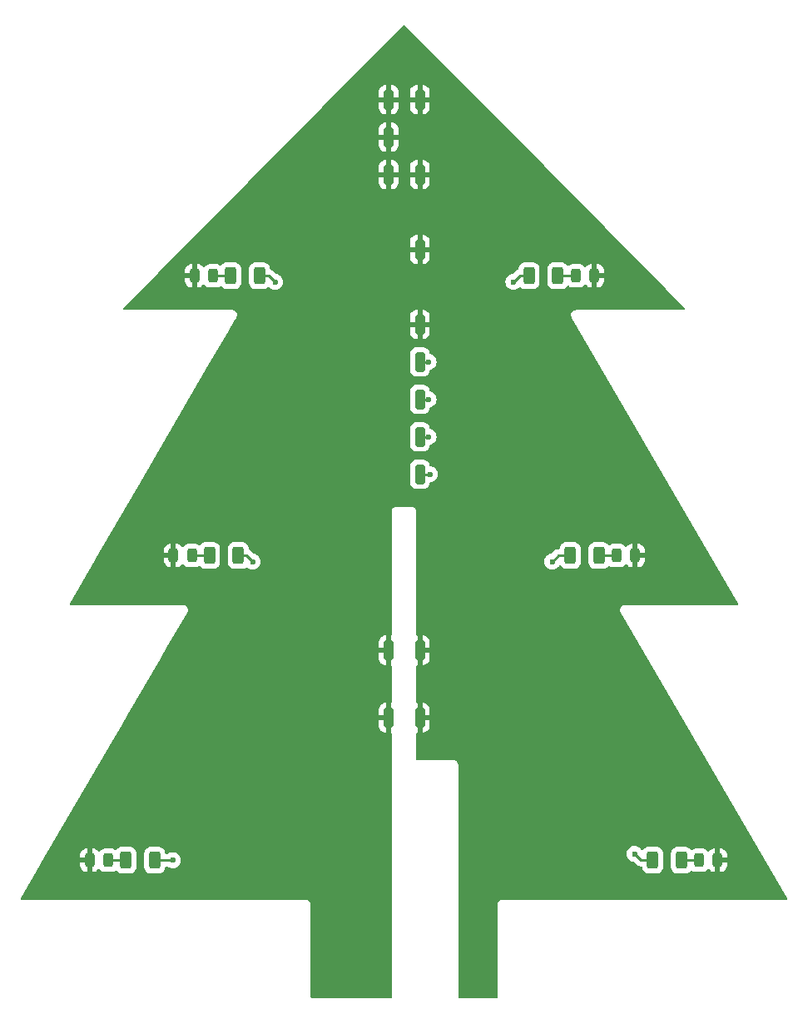
<source format=gbl>
%TF.GenerationSoftware,KiCad,Pcbnew,(6.0.9)*%
%TF.CreationDate,2022-12-10T13:43:41+01:00*%
%TF.ProjectId,PartoDos,50617274-6f44-46f7-932e-6b696361645f,rev?*%
%TF.SameCoordinates,Original*%
%TF.FileFunction,Copper,L2,Bot*%
%TF.FilePolarity,Positive*%
%FSLAX46Y46*%
G04 Gerber Fmt 4.6, Leading zero omitted, Abs format (unit mm)*
G04 Created by KiCad (PCBNEW (6.0.9)) date 2022-12-10 13:43:41*
%MOMM*%
%LPD*%
G01*
G04 APERTURE LIST*
G04 Aperture macros list*
%AMRoundRect*
0 Rectangle with rounded corners*
0 $1 Rounding radius*
0 $2 $3 $4 $5 $6 $7 $8 $9 X,Y pos of 4 corners*
0 Add a 4 corners polygon primitive as box body*
4,1,4,$2,$3,$4,$5,$6,$7,$8,$9,$2,$3,0*
0 Add four circle primitives for the rounded corners*
1,1,$1+$1,$2,$3*
1,1,$1+$1,$4,$5*
1,1,$1+$1,$6,$7*
1,1,$1+$1,$8,$9*
0 Add four rect primitives between the rounded corners*
20,1,$1+$1,$2,$3,$4,$5,0*
20,1,$1+$1,$4,$5,$6,$7,0*
20,1,$1+$1,$6,$7,$8,$9,0*
20,1,$1+$1,$8,$9,$2,$3,0*%
G04 Aperture macros list end*
%TA.AperFunction,SMDPad,CuDef*%
%ADD10RoundRect,0.250000X0.312500X0.625000X-0.312500X0.625000X-0.312500X-0.625000X0.312500X-0.625000X0*%
%TD*%
%TA.AperFunction,SMDPad,CuDef*%
%ADD11RoundRect,0.250000X-0.312500X-0.625000X0.312500X-0.625000X0.312500X0.625000X-0.312500X0.625000X0*%
%TD*%
%TA.AperFunction,SMDPad,CuDef*%
%ADD12RoundRect,0.250000X0.250000X0.750000X-0.250000X0.750000X-0.250000X-0.750000X0.250000X-0.750000X0*%
%TD*%
%TA.AperFunction,SMDPad,CuDef*%
%ADD13RoundRect,0.243750X0.243750X0.456250X-0.243750X0.456250X-0.243750X-0.456250X0.243750X-0.456250X0*%
%TD*%
%TA.AperFunction,SMDPad,CuDef*%
%ADD14RoundRect,0.243750X-0.243750X-0.456250X0.243750X-0.456250X0.243750X0.456250X-0.243750X0.456250X0*%
%TD*%
%TA.AperFunction,ViaPad*%
%ADD15C,0.600000*%
%TD*%
%TA.AperFunction,Conductor*%
%ADD16C,0.254000*%
%TD*%
G04 APERTURE END LIST*
D10*
%TO.P,R12,1*%
%TO.N,Net-(D12-Pad2)*%
X168721500Y-138430000D03*
%TO.P,R12,2*%
%TO.N,/GRE3*%
X165796500Y-138430000D03*
%TD*%
%TO.P,R11,1*%
%TO.N,Net-(D11-Pad2)*%
X160339500Y-107442000D03*
%TO.P,R11,2*%
%TO.N,/RED5*%
X157414500Y-107442000D03*
%TD*%
%TO.P,R10,1*%
%TO.N,Net-(D10-Pad2)*%
X156148500Y-78994000D03*
%TO.P,R10,2*%
%TO.N,/WHI4*%
X153223500Y-78994000D03*
%TD*%
D11*
%TO.P,R9,1*%
%TO.N,Net-(D9-Pad2)*%
X112202500Y-138430000D03*
%TO.P,R9,2*%
%TO.N,/YEL5*%
X115127500Y-138430000D03*
%TD*%
%TO.P,R8,1*%
%TO.N,Net-(D8-Pad2)*%
X120711500Y-107442000D03*
%TO.P,R8,2*%
%TO.N,/BLU2*%
X123636500Y-107442000D03*
%TD*%
%TO.P,R7,1*%
%TO.N,Net-(D7-Pad2)*%
X122870500Y-78994000D03*
%TO.P,R7,2*%
%TO.N,/GRE2*%
X125795500Y-78994000D03*
%TD*%
D12*
%TO.P,J10,1,Pin_1*%
%TO.N,/WHI4*%
X142113000Y-91567000D03*
%TD*%
%TO.P,J26,1,Pin_1*%
%TO.N,GND*%
X142113000Y-76327000D03*
%TD*%
%TO.P,J24,1,Pin_1*%
%TO.N,GND*%
X142113000Y-61087000D03*
%TD*%
%TO.P,J34,1,Pin_1*%
%TO.N,GND*%
X142113000Y-117094000D03*
%TD*%
D13*
%TO.P,D11,1,K*%
%TO.N,GND*%
X164005500Y-107442000D03*
%TO.P,D11,2,A*%
%TO.N,Net-(D11-Pad2)*%
X162130500Y-107442000D03*
%TD*%
D12*
%TO.P,J25,1,Pin_1*%
%TO.N,GND*%
X142113000Y-68707000D03*
%TD*%
%TO.P,J11,1,Pin_1*%
%TO.N,/RED5*%
X142113000Y-99187000D03*
%TD*%
%TO.P,J27,1,Pin_1*%
%TO.N,GND*%
X142113000Y-83947000D03*
%TD*%
%TO.P,J5,1,Pin_1*%
%TO.N,/GRE1*%
X142113000Y-95377000D03*
%TD*%
%TO.P,J23,1,Pin_1*%
%TO.N,GND*%
X138938000Y-61087000D03*
%TD*%
D13*
%TO.P,D10,1,K*%
%TO.N,GND*%
X159863000Y-78994000D03*
%TO.P,D10,2,A*%
%TO.N,Net-(D10-Pad2)*%
X157988000Y-78994000D03*
%TD*%
D12*
%TO.P,J32,1,Pin_1*%
%TO.N,GND*%
X138938000Y-117094000D03*
%TD*%
D14*
%TO.P,D7,1,K*%
%TO.N,GND*%
X119204500Y-78994000D03*
%TO.P,D7,2,A*%
%TO.N,Net-(D7-Pad2)*%
X121079500Y-78994000D03*
%TD*%
D12*
%TO.P,J21,1,Pin_1*%
%TO.N,GND*%
X138938000Y-68707000D03*
%TD*%
%TO.P,J4,1,Pin_1*%
%TO.N,/YEL3*%
X142113000Y-87757000D03*
%TD*%
%TO.P,J13,1,Pin_1*%
%TO.N,GND*%
X138938000Y-123952000D03*
%TD*%
D14*
%TO.P,D8,1,K*%
%TO.N,GND*%
X117045500Y-107442000D03*
%TO.P,D8,2,A*%
%TO.N,Net-(D8-Pad2)*%
X118920500Y-107442000D03*
%TD*%
D13*
%TO.P,D12,1,K*%
%TO.N,GND*%
X172387500Y-138430000D03*
%TO.P,D12,2,A*%
%TO.N,Net-(D12-Pad2)*%
X170512500Y-138430000D03*
%TD*%
D12*
%TO.P,J33,1,Pin_1*%
%TO.N,GND*%
X142113000Y-123952000D03*
%TD*%
%TO.P,J22,1,Pin_1*%
%TO.N,GND*%
X138938000Y-64897000D03*
%TD*%
D14*
%TO.P,D9,1,K*%
%TO.N,GND*%
X108536500Y-138430000D03*
%TO.P,D9,2,A*%
%TO.N,Net-(D9-Pad2)*%
X110411500Y-138430000D03*
%TD*%
D15*
%TO.N,GND*%
X143129000Y-61087000D03*
X134620000Y-98679000D03*
X137033000Y-81661000D03*
X135382000Y-77978000D03*
X142240000Y-114173000D03*
X134620000Y-96139000D03*
X135636000Y-129413000D03*
X145288000Y-90805000D03*
X122428000Y-139573000D03*
X130302000Y-136652000D03*
X152527000Y-109093000D03*
X137922000Y-64897000D03*
X137922000Y-68707000D03*
X138684000Y-109093000D03*
X134620000Y-91059000D03*
X135382000Y-80645000D03*
X143256000Y-78613000D03*
X134620000Y-106299000D03*
X129540000Y-109093000D03*
X149987000Y-106299000D03*
X119888000Y-139573000D03*
X155067000Y-109093000D03*
X135636000Y-131953000D03*
X145288000Y-88265000D03*
X135636000Y-126873000D03*
X135636000Y-109093000D03*
X147955000Y-139573000D03*
X146431000Y-125857000D03*
X124968000Y-136652000D03*
X138684000Y-114173000D03*
X144907000Y-124333000D03*
X137922000Y-61087000D03*
X127000000Y-109093000D03*
X149987000Y-109093000D03*
X127762000Y-136652000D03*
X115824000Y-107442000D03*
X150495000Y-136652000D03*
X150368000Y-80645000D03*
X161211500Y-78994000D03*
X147955000Y-136652000D03*
X144907000Y-119253000D03*
X127762000Y-139573000D03*
X117094000Y-139573000D03*
X138684000Y-111633000D03*
X127762000Y-77978000D03*
X173673000Y-138430000D03*
X119888000Y-136652000D03*
X150495000Y-139573000D03*
X135636000Y-136652000D03*
X135636000Y-139573000D03*
X138684000Y-119253000D03*
X132080000Y-106299000D03*
X135636000Y-134493000D03*
X142240000Y-106553000D03*
X130302000Y-139573000D03*
X163195000Y-136652000D03*
X147447000Y-109093000D03*
X158115000Y-139573000D03*
X134620000Y-93599000D03*
X134620000Y-85979000D03*
X124968000Y-139573000D03*
X130302000Y-77978000D03*
X132842000Y-77978000D03*
X142240000Y-104013000D03*
X132842000Y-136652000D03*
X153035000Y-139573000D03*
X135636000Y-111633000D03*
X127762000Y-80645000D03*
X145288000Y-80645000D03*
X132842000Y-80645000D03*
X142240000Y-121793000D03*
X155067000Y-106299000D03*
X152527000Y-106299000D03*
X142240000Y-111633000D03*
X134620000Y-101219000D03*
X155575000Y-136652000D03*
X144907000Y-111633000D03*
X147955000Y-127381000D03*
X147447000Y-106299000D03*
X135636000Y-114173000D03*
X135255000Y-83439000D03*
X135636000Y-124333000D03*
X132080000Y-109093000D03*
X142240000Y-109093000D03*
X127000000Y-106299000D03*
X142748000Y-80645000D03*
X144907000Y-109093000D03*
X135636000Y-116713000D03*
X155575000Y-139573000D03*
X142240000Y-119253000D03*
X160655000Y-139573000D03*
X134620000Y-103759000D03*
X153035000Y-136652000D03*
X145288000Y-83185000D03*
X138684000Y-104013000D03*
X165354000Y-107442000D03*
X147828000Y-80645000D03*
X138684000Y-106553000D03*
X132842000Y-139573000D03*
X135636000Y-119253000D03*
X107188000Y-138430000D03*
X130302000Y-80645000D03*
X160655000Y-136652000D03*
X143129000Y-76327000D03*
X107188000Y-138430000D03*
X145288000Y-85725000D03*
X158115000Y-136652000D03*
X134620000Y-88519000D03*
X138684000Y-121793000D03*
X143129000Y-83947000D03*
X142240000Y-126746000D03*
X145288000Y-77978000D03*
X150368000Y-77978000D03*
X144907000Y-121793000D03*
X144907000Y-116713000D03*
X143129000Y-68707000D03*
X144907000Y-114173000D03*
X138684000Y-126746000D03*
X117919000Y-78994000D03*
X117094000Y-136652000D03*
X129540000Y-106299000D03*
X142748000Y-85725000D03*
X163195000Y-139573000D03*
X122428000Y-136652000D03*
X135636000Y-121793000D03*
X147828000Y-77978000D03*
%TO.N,/YEL3*%
X143002000Y-87757000D03*
%TO.N,/GRE1*%
X143002000Y-95377000D03*
%TO.N,/GRE2*%
X127381000Y-79629000D03*
%TO.N,/BLU2*%
X125095000Y-108077000D03*
%TO.N,/YEL5*%
X116967000Y-138430000D03*
%TO.N,/WHI4*%
X151638000Y-79629000D03*
X143002000Y-91567000D03*
%TO.N,/RED5*%
X155575000Y-108077000D03*
X143129000Y-99187000D03*
%TO.N,/GRE3*%
X163957000Y-137795000D03*
%TD*%
D16*
%TO.N,/GRE2*%
X126746000Y-78994000D02*
X125795500Y-78994000D01*
X127381000Y-79629000D02*
X126746000Y-78994000D01*
%TO.N,/BLU2*%
X124460000Y-107442000D02*
X123636500Y-107442000D01*
X125095000Y-108077000D02*
X124460000Y-107442000D01*
%TO.N,/WHI4*%
X152273000Y-78994000D02*
X153223500Y-78994000D01*
X151638000Y-79629000D02*
X152273000Y-78994000D01*
%TO.N,/RED5*%
X156210000Y-107442000D02*
X157414500Y-107442000D01*
X155575000Y-108077000D02*
X156210000Y-107442000D01*
%TO.N,/GRE3*%
X164592000Y-138430000D02*
X165796500Y-138430000D01*
X163957000Y-137795000D02*
X164592000Y-138430000D01*
%TO.N,/YEL5*%
X116967000Y-138430000D02*
X115127500Y-138430000D01*
%TO.N,GND*%
X143129000Y-83947000D02*
X142113000Y-83947000D01*
X137922000Y-61087000D02*
X138938000Y-61087000D01*
X143129000Y-76327000D02*
X142113000Y-76327000D01*
X137922000Y-68707000D02*
X138938000Y-68707000D01*
X143129000Y-68707000D02*
X142113000Y-68707000D01*
X119204500Y-78994000D02*
X117919000Y-78994000D01*
X164005500Y-107442000D02*
X165354000Y-107442000D01*
X137922000Y-64897000D02*
X138938000Y-64897000D01*
X159863000Y-78994000D02*
X161211500Y-78994000D01*
X173673000Y-138430000D02*
X172324500Y-138430000D01*
X107188000Y-138430000D02*
X108536500Y-138430000D01*
X143129000Y-61087000D02*
X142113000Y-61087000D01*
%TO.N,Net-(D7-Pad2)*%
X121079500Y-78994000D02*
X122936000Y-78994000D01*
%TO.N,Net-(D8-Pad2)*%
X120587000Y-107442000D02*
X118920500Y-107442000D01*
%TO.N,Net-(D11-Pad2)*%
X160337000Y-107442000D02*
X162130500Y-107442000D01*
%TO.N,Net-(D12-Pad2)*%
X168719000Y-138430000D02*
X170512500Y-138430000D01*
%TO.N,/YEL3*%
X142113000Y-87757000D02*
X143002000Y-87757000D01*
%TO.N,/GRE1*%
X143002000Y-95377000D02*
X142113000Y-95377000D01*
%TO.N,/WHI4*%
X142113000Y-91567000D02*
X143002000Y-91567000D01*
%TO.N,/RED5*%
X143129000Y-99187000D02*
X142113000Y-99187000D01*
%TO.N,Net-(D9-Pad2)*%
X110490000Y-138430000D02*
X112283500Y-138430000D01*
%TO.N,Net-(D10-Pad2)*%
X157988000Y-78994000D02*
X156194500Y-78994000D01*
%TD*%
%TA.AperFunction,Conductor*%
%TO.N,GND*%
G36*
X140543542Y-53532828D02*
G01*
X140589464Y-53562340D01*
X154811989Y-67903386D01*
X167247413Y-80442438D01*
X169066590Y-82276775D01*
X169100357Y-82339228D01*
X169094998Y-82410022D01*
X169052216Y-82466681D01*
X168985593Y-82491215D01*
X168977126Y-82491500D01*
X158015794Y-82491500D01*
X158009872Y-82491361D01*
X158006769Y-82491215D01*
X157951150Y-82488598D01*
X157942429Y-82490709D01*
X157942427Y-82490709D01*
X157909744Y-82498620D01*
X157897969Y-82500882D01*
X157855813Y-82506920D01*
X157844572Y-82512031D01*
X157844336Y-82512138D01*
X157821834Y-82519899D01*
X157809580Y-82522865D01*
X157801802Y-82527339D01*
X157801799Y-82527340D01*
X157772656Y-82544102D01*
X157761989Y-82549579D01*
X157731393Y-82563491D01*
X157723218Y-82567208D01*
X157713668Y-82575437D01*
X157694244Y-82589204D01*
X157683318Y-82595488D01*
X157653832Y-82626242D01*
X157645143Y-82634482D01*
X157612873Y-82662287D01*
X157607993Y-82669816D01*
X157607990Y-82669819D01*
X157606012Y-82672870D01*
X157591238Y-82691529D01*
X157582514Y-82700629D01*
X157562848Y-82738417D01*
X157556817Y-82748771D01*
X157533648Y-82784515D01*
X157530035Y-82796596D01*
X157521089Y-82818658D01*
X157515271Y-82829837D01*
X157507000Y-82871633D01*
X157504122Y-82883245D01*
X157491914Y-82924066D01*
X157491859Y-82933041D01*
X157491859Y-82933042D01*
X157491837Y-82936673D01*
X157489442Y-82960361D01*
X157486996Y-82972723D01*
X157487795Y-82981663D01*
X157490786Y-83015141D01*
X157491284Y-83027124D01*
X157491185Y-83043324D01*
X157491024Y-83069721D01*
X157493490Y-83078350D01*
X157493491Y-83078355D01*
X157494488Y-83081844D01*
X157498838Y-83105247D01*
X157499960Y-83117803D01*
X157503236Y-83126159D01*
X157503236Y-83126160D01*
X157515508Y-83157463D01*
X157519349Y-83168827D01*
X157528584Y-83201141D01*
X157528585Y-83201144D01*
X157531051Y-83209771D01*
X157535839Y-83217360D01*
X157535841Y-83217364D01*
X157564634Y-83262999D01*
X157566908Y-83266745D01*
X174504147Y-112302012D01*
X174521194Y-112370932D01*
X174498274Y-112438127D01*
X174442664Y-112482264D01*
X174395311Y-112491500D01*
X163015794Y-112491500D01*
X163009872Y-112491361D01*
X163007864Y-112491267D01*
X162951150Y-112488598D01*
X162942429Y-112490709D01*
X162942427Y-112490709D01*
X162909744Y-112498620D01*
X162897969Y-112500882D01*
X162855813Y-112506920D01*
X162844572Y-112512031D01*
X162844336Y-112512138D01*
X162821834Y-112519899D01*
X162809580Y-112522865D01*
X162801802Y-112527339D01*
X162801799Y-112527340D01*
X162772656Y-112544102D01*
X162761989Y-112549579D01*
X162731393Y-112563491D01*
X162723218Y-112567208D01*
X162713668Y-112575437D01*
X162694244Y-112589204D01*
X162683318Y-112595488D01*
X162653832Y-112626242D01*
X162645143Y-112634482D01*
X162612873Y-112662287D01*
X162607993Y-112669816D01*
X162607990Y-112669819D01*
X162606012Y-112672870D01*
X162591238Y-112691529D01*
X162582514Y-112700629D01*
X162562848Y-112738417D01*
X162556817Y-112748771D01*
X162533648Y-112784515D01*
X162530035Y-112796596D01*
X162521089Y-112818658D01*
X162515271Y-112829837D01*
X162507000Y-112871633D01*
X162504122Y-112883245D01*
X162491914Y-112924066D01*
X162491859Y-112933041D01*
X162491859Y-112933042D01*
X162491837Y-112936673D01*
X162489442Y-112960361D01*
X162486996Y-112972723D01*
X162487795Y-112981663D01*
X162490786Y-113015141D01*
X162491284Y-113027124D01*
X162491024Y-113069721D01*
X162493490Y-113078350D01*
X162493491Y-113078355D01*
X162494488Y-113081844D01*
X162498838Y-113105247D01*
X162499960Y-113117803D01*
X162503236Y-113126159D01*
X162503236Y-113126160D01*
X162515508Y-113157463D01*
X162519349Y-113168827D01*
X162528584Y-113201141D01*
X162528585Y-113201144D01*
X162531051Y-113209771D01*
X162535839Y-113217360D01*
X162535841Y-113217364D01*
X162564634Y-113262999D01*
X162566908Y-113266745D01*
X179504147Y-142302012D01*
X179521194Y-142370932D01*
X179498274Y-142438127D01*
X179442664Y-142482264D01*
X179395311Y-142491500D01*
X150508623Y-142491500D01*
X150507853Y-142491498D01*
X150507037Y-142491493D01*
X150430279Y-142491024D01*
X150407918Y-142497415D01*
X150401847Y-142499150D01*
X150385085Y-142502728D01*
X150355813Y-142506920D01*
X150347645Y-142510634D01*
X150347644Y-142510634D01*
X150332438Y-142517548D01*
X150314914Y-142523996D01*
X150290229Y-142531051D01*
X150282635Y-142535843D01*
X150282632Y-142535844D01*
X150265220Y-142546830D01*
X150250137Y-142554969D01*
X150223218Y-142567208D01*
X150216416Y-142573069D01*
X150203765Y-142583970D01*
X150188761Y-142595073D01*
X150167042Y-142608776D01*
X150161103Y-142615501D01*
X150161099Y-142615504D01*
X150147468Y-142630938D01*
X150135276Y-142642982D01*
X150119673Y-142656427D01*
X150119671Y-142656430D01*
X150112873Y-142662287D01*
X150107993Y-142669816D01*
X150107992Y-142669817D01*
X150098906Y-142683835D01*
X150087615Y-142698709D01*
X150076569Y-142711217D01*
X150070622Y-142717951D01*
X150062548Y-142735148D01*
X150058058Y-142744711D01*
X150049737Y-142759691D01*
X150038529Y-142776983D01*
X150038527Y-142776988D01*
X150033648Y-142784515D01*
X150031078Y-142793108D01*
X150031076Y-142793113D01*
X150026289Y-142809120D01*
X150019628Y-142826564D01*
X150014752Y-142836950D01*
X150008719Y-142849800D01*
X150007338Y-142858667D01*
X150007338Y-142858668D01*
X150004170Y-142879015D01*
X150000387Y-142895732D01*
X149994485Y-142915466D01*
X149994484Y-142915472D01*
X149991914Y-142924066D01*
X149991859Y-142933037D01*
X149991859Y-142933038D01*
X149991704Y-142958497D01*
X149991671Y-142959289D01*
X149991500Y-142960386D01*
X149991500Y-142991377D01*
X149991498Y-142992147D01*
X149991024Y-143069721D01*
X149991408Y-143071065D01*
X149991500Y-143072410D01*
X149991500Y-152365500D01*
X149971498Y-152433621D01*
X149917842Y-152480114D01*
X149865500Y-152491500D01*
X146134500Y-152491500D01*
X146066379Y-152471498D01*
X146019886Y-152417842D01*
X146008500Y-152365500D01*
X146008500Y-137783640D01*
X163143463Y-137783640D01*
X163161163Y-137964160D01*
X163218418Y-138136273D01*
X163222065Y-138142295D01*
X163222066Y-138142297D01*
X163287139Y-138249745D01*
X163312380Y-138291424D01*
X163438382Y-138421902D01*
X163590159Y-138521222D01*
X163596763Y-138523678D01*
X163596765Y-138523679D01*
X163675164Y-138552835D01*
X163760168Y-138584448D01*
X163818922Y-138592287D01*
X163883798Y-138621122D01*
X163891353Y-138628085D01*
X164086755Y-138823488D01*
X164094325Y-138831807D01*
X164098447Y-138838303D01*
X164104225Y-138843729D01*
X164104226Y-138843730D01*
X164148265Y-138885085D01*
X164151107Y-138887840D01*
X164170906Y-138907639D01*
X164174037Y-138910068D01*
X164174042Y-138910072D01*
X164174128Y-138910139D01*
X164183153Y-138917847D01*
X164215494Y-138948217D01*
X164222439Y-138952035D01*
X164222443Y-138952038D01*
X164233334Y-138958026D01*
X164249855Y-138968878D01*
X164265934Y-138981350D01*
X164306655Y-138998971D01*
X164317311Y-139004192D01*
X164349245Y-139021748D01*
X164349251Y-139021750D01*
X164356197Y-139025569D01*
X164363872Y-139027540D01*
X164363878Y-139027542D01*
X164375911Y-139030631D01*
X164394613Y-139037034D01*
X164413292Y-139045117D01*
X164421118Y-139046357D01*
X164421123Y-139046358D01*
X164457120Y-139052060D01*
X164468740Y-139054466D01*
X164504037Y-139063528D01*
X164511718Y-139065500D01*
X164532066Y-139065500D01*
X164551778Y-139067051D01*
X164571880Y-139070235D01*
X164579772Y-139069489D01*
X164596095Y-139067946D01*
X164665796Y-139081449D01*
X164717132Y-139130491D01*
X164733280Y-139180383D01*
X164735629Y-139203021D01*
X164736474Y-139211166D01*
X164792450Y-139378946D01*
X164885522Y-139529348D01*
X165010697Y-139654305D01*
X165016927Y-139658145D01*
X165016928Y-139658146D01*
X165154090Y-139742694D01*
X165161262Y-139747115D01*
X165241005Y-139773564D01*
X165322611Y-139800632D01*
X165322613Y-139800632D01*
X165329139Y-139802797D01*
X165335975Y-139803497D01*
X165335978Y-139803498D01*
X165379031Y-139807909D01*
X165433600Y-139813500D01*
X166159400Y-139813500D01*
X166162646Y-139813163D01*
X166162650Y-139813163D01*
X166258308Y-139803238D01*
X166258312Y-139803237D01*
X166265166Y-139802526D01*
X166271702Y-139800345D01*
X166271704Y-139800345D01*
X166403806Y-139756272D01*
X166432946Y-139746550D01*
X166583348Y-139653478D01*
X166616884Y-139619884D01*
X166703134Y-139533483D01*
X166708305Y-139528303D01*
X166712146Y-139522072D01*
X166797275Y-139383968D01*
X166797276Y-139383966D01*
X166801115Y-139377738D01*
X166851113Y-139226998D01*
X166854632Y-139216389D01*
X166854632Y-139216387D01*
X166856797Y-139209861D01*
X166867500Y-139105400D01*
X167650500Y-139105400D01*
X167650837Y-139108646D01*
X167650837Y-139108650D01*
X167660629Y-139203021D01*
X167661474Y-139211166D01*
X167717450Y-139378946D01*
X167810522Y-139529348D01*
X167935697Y-139654305D01*
X167941927Y-139658145D01*
X167941928Y-139658146D01*
X168079090Y-139742694D01*
X168086262Y-139747115D01*
X168166005Y-139773564D01*
X168247611Y-139800632D01*
X168247613Y-139800632D01*
X168254139Y-139802797D01*
X168260975Y-139803497D01*
X168260978Y-139803498D01*
X168304031Y-139807909D01*
X168358600Y-139813500D01*
X169084400Y-139813500D01*
X169087646Y-139813163D01*
X169087650Y-139813163D01*
X169183308Y-139803238D01*
X169183312Y-139803237D01*
X169190166Y-139802526D01*
X169196702Y-139800345D01*
X169196704Y-139800345D01*
X169328806Y-139756272D01*
X169357946Y-139746550D01*
X169508348Y-139653478D01*
X169541884Y-139619884D01*
X169628134Y-139533483D01*
X169633305Y-139528303D01*
X169637146Y-139522072D01*
X169641683Y-139516327D01*
X169643923Y-139518096D01*
X169686978Y-139479346D01*
X169757049Y-139467921D01*
X169807583Y-139485694D01*
X169948671Y-139572661D01*
X169955619Y-139574966D01*
X169955620Y-139574966D01*
X170108634Y-139625719D01*
X170108636Y-139625719D01*
X170115165Y-139627885D01*
X170218769Y-139638500D01*
X170510234Y-139638500D01*
X170806230Y-139638499D01*
X170911129Y-139627616D01*
X170917660Y-139625437D01*
X170917665Y-139625436D01*
X171070578Y-139574420D01*
X171077526Y-139572102D01*
X171226689Y-139479797D01*
X171350617Y-139355653D01*
X171352614Y-139352413D01*
X171409352Y-139312186D01*
X171480275Y-139308953D01*
X171541687Y-139344578D01*
X171549066Y-139353078D01*
X171555782Y-139361552D01*
X171669479Y-139475051D01*
X171680890Y-139484063D01*
X171817654Y-139568365D01*
X171830832Y-139574509D01*
X171983740Y-139625227D01*
X171997106Y-139628093D01*
X172090601Y-139637672D01*
X172097016Y-139638000D01*
X172115385Y-139638000D01*
X172130624Y-139633525D01*
X172131829Y-139632135D01*
X172133500Y-139624452D01*
X172133500Y-139619884D01*
X172641500Y-139619884D01*
X172645975Y-139635123D01*
X172647365Y-139636328D01*
X172655048Y-139637999D01*
X172677933Y-139637999D01*
X172684452Y-139637662D01*
X172779170Y-139627834D01*
X172792564Y-139624942D01*
X172945365Y-139573964D01*
X172958543Y-139567790D01*
X173095149Y-139483256D01*
X173106550Y-139474220D01*
X173220051Y-139360521D01*
X173229063Y-139349110D01*
X173313365Y-139212346D01*
X173319509Y-139199168D01*
X173370227Y-139046260D01*
X173373093Y-139032894D01*
X173382672Y-138939399D01*
X173383000Y-138932984D01*
X173383000Y-138702115D01*
X173378525Y-138686876D01*
X173377135Y-138685671D01*
X173369452Y-138684000D01*
X172659615Y-138684000D01*
X172644376Y-138688475D01*
X172643171Y-138689865D01*
X172641500Y-138697548D01*
X172641500Y-139619884D01*
X172133500Y-139619884D01*
X172133500Y-138157885D01*
X172641500Y-138157885D01*
X172645975Y-138173124D01*
X172647365Y-138174329D01*
X172655048Y-138176000D01*
X173364884Y-138176000D01*
X173380123Y-138171525D01*
X173381328Y-138170135D01*
X173382999Y-138162452D01*
X173382999Y-137927067D01*
X173382662Y-137920548D01*
X173372834Y-137825830D01*
X173369942Y-137812436D01*
X173318964Y-137659635D01*
X173312790Y-137646457D01*
X173228256Y-137509851D01*
X173219220Y-137498450D01*
X173105521Y-137384949D01*
X173094110Y-137375937D01*
X172957346Y-137291635D01*
X172944168Y-137285491D01*
X172791260Y-137234773D01*
X172777894Y-137231907D01*
X172684399Y-137222328D01*
X172677984Y-137222000D01*
X172659615Y-137222000D01*
X172644376Y-137226475D01*
X172643171Y-137227865D01*
X172641500Y-137235548D01*
X172641500Y-138157885D01*
X172133500Y-138157885D01*
X172133500Y-137240116D01*
X172129025Y-137224877D01*
X172127635Y-137223672D01*
X172119952Y-137222001D01*
X172097067Y-137222001D01*
X172090548Y-137222338D01*
X171995830Y-137232166D01*
X171982436Y-137235058D01*
X171829635Y-137286036D01*
X171816457Y-137292210D01*
X171679851Y-137376744D01*
X171668450Y-137385780D01*
X171554949Y-137499479D01*
X171549206Y-137506751D01*
X171491289Y-137547814D01*
X171420366Y-137551046D01*
X171358954Y-137515421D01*
X171353160Y-137508746D01*
X171349797Y-137503311D01*
X171225653Y-137379383D01*
X171213775Y-137372061D01*
X171164850Y-137341904D01*
X171076329Y-137287339D01*
X171068153Y-137284627D01*
X170916366Y-137234281D01*
X170916364Y-137234281D01*
X170909835Y-137232115D01*
X170806231Y-137221500D01*
X170514766Y-137221500D01*
X170218770Y-137221501D01*
X170113871Y-137232384D01*
X170107340Y-137234563D01*
X170107335Y-137234564D01*
X169968836Y-137280771D01*
X169947474Y-137287898D01*
X169941242Y-137291754D01*
X169941243Y-137291754D01*
X169807714Y-137374384D01*
X169739262Y-137393222D01*
X169671492Y-137372061D01*
X169642096Y-137341644D01*
X169640875Y-137342612D01*
X169636332Y-137336880D01*
X169632478Y-137330652D01*
X169507303Y-137205695D01*
X169434662Y-137160918D01*
X169362968Y-137116725D01*
X169362966Y-137116724D01*
X169356738Y-137112885D01*
X169219924Y-137067506D01*
X169195389Y-137059368D01*
X169195387Y-137059368D01*
X169188861Y-137057203D01*
X169182025Y-137056503D01*
X169182022Y-137056502D01*
X169138969Y-137052091D01*
X169084400Y-137046500D01*
X168358600Y-137046500D01*
X168355354Y-137046837D01*
X168355350Y-137046837D01*
X168259692Y-137056762D01*
X168259688Y-137056763D01*
X168252834Y-137057474D01*
X168246298Y-137059655D01*
X168246296Y-137059655D01*
X168114194Y-137103728D01*
X168085054Y-137113450D01*
X167934652Y-137206522D01*
X167929479Y-137211704D01*
X167867839Y-137273451D01*
X167809695Y-137331697D01*
X167805855Y-137337927D01*
X167805854Y-137337928D01*
X167728247Y-137463830D01*
X167716885Y-137482262D01*
X167694070Y-137551047D01*
X167666104Y-137635364D01*
X167661203Y-137650139D01*
X167650500Y-137754600D01*
X167650500Y-139105400D01*
X166867500Y-139105400D01*
X166867500Y-137754600D01*
X166867163Y-137751350D01*
X166857238Y-137655692D01*
X166857237Y-137655688D01*
X166856526Y-137648834D01*
X166851787Y-137634628D01*
X166802868Y-137488002D01*
X166800550Y-137481054D01*
X166707478Y-137330652D01*
X166582303Y-137205695D01*
X166509662Y-137160918D01*
X166437968Y-137116725D01*
X166437966Y-137116724D01*
X166431738Y-137112885D01*
X166294924Y-137067506D01*
X166270389Y-137059368D01*
X166270387Y-137059368D01*
X166263861Y-137057203D01*
X166257025Y-137056503D01*
X166257022Y-137056502D01*
X166213969Y-137052091D01*
X166159400Y-137046500D01*
X165433600Y-137046500D01*
X165430354Y-137046837D01*
X165430350Y-137046837D01*
X165334692Y-137056762D01*
X165334688Y-137056763D01*
X165327834Y-137057474D01*
X165321298Y-137059655D01*
X165321296Y-137059655D01*
X165189194Y-137103728D01*
X165160054Y-137113450D01*
X165009652Y-137206522D01*
X165004479Y-137211704D01*
X164942839Y-137273451D01*
X164884695Y-137331697D01*
X164880855Y-137337927D01*
X164880854Y-137337928D01*
X164860234Y-137371380D01*
X164807462Y-137418873D01*
X164737390Y-137430297D01*
X164672266Y-137402023D01*
X164646124Y-137372039D01*
X164594626Y-137289624D01*
X164580941Y-137275843D01*
X164471778Y-137165915D01*
X164471774Y-137165912D01*
X164466815Y-137160918D01*
X164455697Y-137153862D01*
X164391127Y-137112885D01*
X164313666Y-137063727D01*
X164265287Y-137046500D01*
X164149425Y-137005243D01*
X164149420Y-137005242D01*
X164142790Y-137002881D01*
X164135802Y-137002048D01*
X164135799Y-137002047D01*
X164012698Y-136987368D01*
X163962680Y-136981404D01*
X163955677Y-136982140D01*
X163955676Y-136982140D01*
X163789288Y-136999628D01*
X163789286Y-136999629D01*
X163782288Y-137000364D01*
X163610579Y-137058818D01*
X163604575Y-137062512D01*
X163462095Y-137150166D01*
X163462092Y-137150168D01*
X163456088Y-137153862D01*
X163451053Y-137158793D01*
X163451050Y-137158795D01*
X163372673Y-137235548D01*
X163326493Y-137280771D01*
X163228235Y-137433238D01*
X163225826Y-137439858D01*
X163225824Y-137439861D01*
X163185356Y-137551046D01*
X163166197Y-137603685D01*
X163143463Y-137783640D01*
X146008500Y-137783640D01*
X146008500Y-128758623D01*
X146008502Y-128757853D01*
X146008921Y-128689254D01*
X146008976Y-128680279D01*
X146000850Y-128651847D01*
X145997272Y-128635085D01*
X145994352Y-128614698D01*
X145993080Y-128605813D01*
X145982451Y-128582436D01*
X145976004Y-128564913D01*
X145971416Y-128548862D01*
X145968949Y-128540229D01*
X145964156Y-128532632D01*
X145953170Y-128515220D01*
X145945030Y-128500135D01*
X145932792Y-128473218D01*
X145916030Y-128453765D01*
X145904927Y-128438761D01*
X145891224Y-128417042D01*
X145884499Y-128411103D01*
X145884496Y-128411099D01*
X145869062Y-128397468D01*
X145857018Y-128385276D01*
X145843573Y-128369673D01*
X145843570Y-128369671D01*
X145837713Y-128362873D01*
X145816165Y-128348906D01*
X145801291Y-128337615D01*
X145788783Y-128326569D01*
X145788782Y-128326568D01*
X145782049Y-128320622D01*
X145755287Y-128308057D01*
X145740309Y-128299737D01*
X145723017Y-128288529D01*
X145723012Y-128288527D01*
X145715485Y-128283648D01*
X145706892Y-128281078D01*
X145706887Y-128281076D01*
X145690880Y-128276289D01*
X145673436Y-128269628D01*
X145658324Y-128262533D01*
X145658322Y-128262532D01*
X145650200Y-128258719D01*
X145641333Y-128257338D01*
X145641332Y-128257338D01*
X145631690Y-128255837D01*
X145620983Y-128254170D01*
X145604268Y-128250387D01*
X145584534Y-128244485D01*
X145584528Y-128244484D01*
X145575934Y-128241914D01*
X145566963Y-128241859D01*
X145566962Y-128241859D01*
X145556903Y-128241798D01*
X145541494Y-128241704D01*
X145540711Y-128241671D01*
X145539614Y-128241500D01*
X145508623Y-128241500D01*
X145507853Y-128241498D01*
X145434215Y-128241048D01*
X145434214Y-128241048D01*
X145430279Y-128241024D01*
X145428935Y-128241408D01*
X145427590Y-128241500D01*
X141884500Y-128241500D01*
X141816379Y-128221498D01*
X141769886Y-128167842D01*
X141758500Y-128115500D01*
X141758500Y-125578513D01*
X141778502Y-125510392D01*
X141832158Y-125463899D01*
X141849001Y-125457617D01*
X141856124Y-125455525D01*
X141857329Y-125454135D01*
X141859000Y-125446452D01*
X141859000Y-125441884D01*
X142367000Y-125441884D01*
X142371475Y-125457123D01*
X142372865Y-125458328D01*
X142380548Y-125459999D01*
X142410095Y-125459999D01*
X142416614Y-125459662D01*
X142512206Y-125449743D01*
X142525600Y-125446851D01*
X142679784Y-125395412D01*
X142692962Y-125389239D01*
X142830807Y-125303937D01*
X142842208Y-125294901D01*
X142956739Y-125180171D01*
X142965751Y-125168760D01*
X143050816Y-125030757D01*
X143056963Y-125017576D01*
X143108138Y-124863290D01*
X143111005Y-124849914D01*
X143120672Y-124755562D01*
X143121000Y-124749146D01*
X143121000Y-124224115D01*
X143116525Y-124208876D01*
X143115135Y-124207671D01*
X143107452Y-124206000D01*
X142385115Y-124206000D01*
X142369876Y-124210475D01*
X142368671Y-124211865D01*
X142367000Y-124219548D01*
X142367000Y-125441884D01*
X141859000Y-125441884D01*
X141859000Y-123679885D01*
X142367000Y-123679885D01*
X142371475Y-123695124D01*
X142372865Y-123696329D01*
X142380548Y-123698000D01*
X143102884Y-123698000D01*
X143118123Y-123693525D01*
X143119328Y-123692135D01*
X143120999Y-123684452D01*
X143120999Y-123154905D01*
X143120662Y-123148386D01*
X143110743Y-123052794D01*
X143107851Y-123039400D01*
X143056412Y-122885216D01*
X143050239Y-122872038D01*
X142964937Y-122734193D01*
X142955901Y-122722792D01*
X142841171Y-122608261D01*
X142829760Y-122599249D01*
X142691757Y-122514184D01*
X142678576Y-122508037D01*
X142524290Y-122456862D01*
X142510914Y-122453995D01*
X142416562Y-122444328D01*
X142410145Y-122444000D01*
X142385115Y-122444000D01*
X142369876Y-122448475D01*
X142368671Y-122449865D01*
X142367000Y-122457548D01*
X142367000Y-123679885D01*
X141859000Y-123679885D01*
X141859000Y-122462116D01*
X141854525Y-122446877D01*
X141848438Y-122441602D01*
X141795405Y-122412644D01*
X141761380Y-122350332D01*
X141758500Y-122323548D01*
X141758500Y-118720513D01*
X141778502Y-118652392D01*
X141832158Y-118605899D01*
X141849001Y-118599617D01*
X141856124Y-118597525D01*
X141857329Y-118596135D01*
X141859000Y-118588452D01*
X141859000Y-118583884D01*
X142367000Y-118583884D01*
X142371475Y-118599123D01*
X142372865Y-118600328D01*
X142380548Y-118601999D01*
X142410095Y-118601999D01*
X142416614Y-118601662D01*
X142512206Y-118591743D01*
X142525600Y-118588851D01*
X142679784Y-118537412D01*
X142692962Y-118531239D01*
X142830807Y-118445937D01*
X142842208Y-118436901D01*
X142956739Y-118322171D01*
X142965751Y-118310760D01*
X143050816Y-118172757D01*
X143056963Y-118159576D01*
X143108138Y-118005290D01*
X143111005Y-117991914D01*
X143120672Y-117897562D01*
X143121000Y-117891146D01*
X143121000Y-117366115D01*
X143116525Y-117350876D01*
X143115135Y-117349671D01*
X143107452Y-117348000D01*
X142385115Y-117348000D01*
X142369876Y-117352475D01*
X142368671Y-117353865D01*
X142367000Y-117361548D01*
X142367000Y-118583884D01*
X141859000Y-118583884D01*
X141859000Y-116821885D01*
X142367000Y-116821885D01*
X142371475Y-116837124D01*
X142372865Y-116838329D01*
X142380548Y-116840000D01*
X143102884Y-116840000D01*
X143118123Y-116835525D01*
X143119328Y-116834135D01*
X143120999Y-116826452D01*
X143120999Y-116296905D01*
X143120662Y-116290386D01*
X143110743Y-116194794D01*
X143107851Y-116181400D01*
X143056412Y-116027216D01*
X143050239Y-116014038D01*
X142964937Y-115876193D01*
X142955901Y-115864792D01*
X142841171Y-115750261D01*
X142829760Y-115741249D01*
X142691757Y-115656184D01*
X142678576Y-115650037D01*
X142524290Y-115598862D01*
X142510914Y-115595995D01*
X142416562Y-115586328D01*
X142410145Y-115586000D01*
X142385115Y-115586000D01*
X142369876Y-115590475D01*
X142368671Y-115591865D01*
X142367000Y-115599548D01*
X142367000Y-116821885D01*
X141859000Y-116821885D01*
X141859000Y-115604116D01*
X141854525Y-115588877D01*
X141848438Y-115583602D01*
X141795405Y-115554644D01*
X141761380Y-115492332D01*
X141758500Y-115465548D01*
X141758500Y-108065640D01*
X154761463Y-108065640D01*
X154779163Y-108246160D01*
X154836418Y-108418273D01*
X154840065Y-108424295D01*
X154840066Y-108424297D01*
X154906548Y-108534072D01*
X154930380Y-108573424D01*
X154935269Y-108578487D01*
X154935270Y-108578488D01*
X154991246Y-108636452D01*
X155056382Y-108703902D01*
X155208159Y-108803222D01*
X155214763Y-108805678D01*
X155214765Y-108805679D01*
X155371558Y-108863990D01*
X155371560Y-108863990D01*
X155378168Y-108866448D01*
X155461995Y-108877633D01*
X155550980Y-108889507D01*
X155550984Y-108889507D01*
X155557961Y-108890438D01*
X155564972Y-108889800D01*
X155564976Y-108889800D01*
X155707459Y-108876832D01*
X155738600Y-108873998D01*
X155745302Y-108871820D01*
X155745304Y-108871820D01*
X155904409Y-108820124D01*
X155904412Y-108820123D01*
X155911108Y-108817947D01*
X156066912Y-108725069D01*
X156198266Y-108599982D01*
X156207218Y-108586509D01*
X156266386Y-108497453D01*
X156320743Y-108451782D01*
X156391163Y-108442750D01*
X156455287Y-108473223D01*
X156478474Y-108500871D01*
X156503522Y-108541348D01*
X156628697Y-108666305D01*
X156634927Y-108670145D01*
X156634928Y-108670146D01*
X156772090Y-108754694D01*
X156779262Y-108759115D01*
X156859005Y-108785564D01*
X156940611Y-108812632D01*
X156940613Y-108812632D01*
X156947139Y-108814797D01*
X156953975Y-108815497D01*
X156953978Y-108815498D01*
X156997031Y-108819909D01*
X157051600Y-108825500D01*
X157777400Y-108825500D01*
X157780646Y-108825163D01*
X157780650Y-108825163D01*
X157876308Y-108815238D01*
X157876312Y-108815237D01*
X157883166Y-108814526D01*
X157889702Y-108812345D01*
X157889704Y-108812345D01*
X158021806Y-108768272D01*
X158050946Y-108758550D01*
X158201348Y-108665478D01*
X158234884Y-108631884D01*
X158286887Y-108579790D01*
X158326305Y-108540303D01*
X158330146Y-108534072D01*
X158415275Y-108395968D01*
X158415276Y-108395966D01*
X158419115Y-108389738D01*
X158458045Y-108272366D01*
X158472632Y-108228389D01*
X158472632Y-108228387D01*
X158474797Y-108221861D01*
X158485500Y-108117400D01*
X159268500Y-108117400D01*
X159279474Y-108223166D01*
X159281655Y-108229702D01*
X159281655Y-108229704D01*
X159300410Y-108285920D01*
X159335450Y-108390946D01*
X159428522Y-108541348D01*
X159553697Y-108666305D01*
X159559927Y-108670145D01*
X159559928Y-108670146D01*
X159697090Y-108754694D01*
X159704262Y-108759115D01*
X159784005Y-108785564D01*
X159865611Y-108812632D01*
X159865613Y-108812632D01*
X159872139Y-108814797D01*
X159878975Y-108815497D01*
X159878978Y-108815498D01*
X159922031Y-108819909D01*
X159976600Y-108825500D01*
X160702400Y-108825500D01*
X160705646Y-108825163D01*
X160705650Y-108825163D01*
X160801308Y-108815238D01*
X160801312Y-108815237D01*
X160808166Y-108814526D01*
X160814702Y-108812345D01*
X160814704Y-108812345D01*
X160946806Y-108768272D01*
X160975946Y-108758550D01*
X161126348Y-108665478D01*
X161159884Y-108631884D01*
X161211887Y-108579790D01*
X161251305Y-108540303D01*
X161255146Y-108534072D01*
X161259683Y-108528327D01*
X161261923Y-108530096D01*
X161304978Y-108491346D01*
X161375049Y-108479921D01*
X161425583Y-108497694D01*
X161566671Y-108584661D01*
X161573619Y-108586966D01*
X161573620Y-108586966D01*
X161726634Y-108637719D01*
X161726636Y-108637719D01*
X161733165Y-108639885D01*
X161836769Y-108650500D01*
X162128234Y-108650500D01*
X162424230Y-108650499D01*
X162529129Y-108639616D01*
X162535660Y-108637437D01*
X162535665Y-108637436D01*
X162688578Y-108586420D01*
X162695526Y-108584102D01*
X162844689Y-108491797D01*
X162968617Y-108367653D01*
X162970614Y-108364413D01*
X163027352Y-108324186D01*
X163098275Y-108320953D01*
X163159687Y-108356578D01*
X163167066Y-108365078D01*
X163173782Y-108373552D01*
X163287479Y-108487051D01*
X163298890Y-108496063D01*
X163435654Y-108580365D01*
X163448832Y-108586509D01*
X163601740Y-108637227D01*
X163615106Y-108640093D01*
X163708601Y-108649672D01*
X163715016Y-108650000D01*
X163733385Y-108650000D01*
X163748624Y-108645525D01*
X163749829Y-108644135D01*
X163751500Y-108636452D01*
X163751500Y-108631884D01*
X164259500Y-108631884D01*
X164263975Y-108647123D01*
X164265365Y-108648328D01*
X164273048Y-108649999D01*
X164295933Y-108649999D01*
X164302452Y-108649662D01*
X164397170Y-108639834D01*
X164410564Y-108636942D01*
X164563365Y-108585964D01*
X164576543Y-108579790D01*
X164713149Y-108495256D01*
X164724550Y-108486220D01*
X164838051Y-108372521D01*
X164847063Y-108361110D01*
X164931365Y-108224346D01*
X164937509Y-108211168D01*
X164988227Y-108058260D01*
X164991093Y-108044894D01*
X165000672Y-107951399D01*
X165001000Y-107944984D01*
X165001000Y-107714115D01*
X164996525Y-107698876D01*
X164995135Y-107697671D01*
X164987452Y-107696000D01*
X164277615Y-107696000D01*
X164262376Y-107700475D01*
X164261171Y-107701865D01*
X164259500Y-107709548D01*
X164259500Y-108631884D01*
X163751500Y-108631884D01*
X163751500Y-107169885D01*
X164259500Y-107169885D01*
X164263975Y-107185124D01*
X164265365Y-107186329D01*
X164273048Y-107188000D01*
X164982884Y-107188000D01*
X164998123Y-107183525D01*
X164999328Y-107182135D01*
X165000999Y-107174452D01*
X165000999Y-106939067D01*
X165000662Y-106932548D01*
X164990834Y-106837830D01*
X164987942Y-106824436D01*
X164936964Y-106671635D01*
X164930790Y-106658457D01*
X164846256Y-106521851D01*
X164837220Y-106510450D01*
X164723521Y-106396949D01*
X164712110Y-106387937D01*
X164575346Y-106303635D01*
X164562168Y-106297491D01*
X164409260Y-106246773D01*
X164395894Y-106243907D01*
X164302399Y-106234328D01*
X164295984Y-106234000D01*
X164277615Y-106234000D01*
X164262376Y-106238475D01*
X164261171Y-106239865D01*
X164259500Y-106247548D01*
X164259500Y-107169885D01*
X163751500Y-107169885D01*
X163751500Y-106252116D01*
X163747025Y-106236877D01*
X163745635Y-106235672D01*
X163737952Y-106234001D01*
X163715067Y-106234001D01*
X163708548Y-106234338D01*
X163613830Y-106244166D01*
X163600436Y-106247058D01*
X163447635Y-106298036D01*
X163434457Y-106304210D01*
X163297851Y-106388744D01*
X163286450Y-106397780D01*
X163172949Y-106511479D01*
X163167206Y-106518751D01*
X163109289Y-106559814D01*
X163038366Y-106563046D01*
X162976954Y-106527421D01*
X162971160Y-106520746D01*
X162967797Y-106515311D01*
X162843653Y-106391383D01*
X162831775Y-106384061D01*
X162782850Y-106353904D01*
X162694329Y-106299339D01*
X162687380Y-106297034D01*
X162534366Y-106246281D01*
X162534364Y-106246281D01*
X162527835Y-106244115D01*
X162424231Y-106233500D01*
X162132766Y-106233500D01*
X161836770Y-106233501D01*
X161731871Y-106244384D01*
X161725340Y-106246563D01*
X161725335Y-106246564D01*
X161577189Y-106295990D01*
X161565474Y-106299898D01*
X161559242Y-106303754D01*
X161559243Y-106303754D01*
X161425714Y-106386384D01*
X161357262Y-106405222D01*
X161289492Y-106384061D01*
X161260096Y-106353644D01*
X161258875Y-106354612D01*
X161254332Y-106348880D01*
X161250478Y-106342652D01*
X161125303Y-106217695D01*
X161119072Y-106213854D01*
X160980968Y-106128725D01*
X160980966Y-106128724D01*
X160974738Y-106124885D01*
X160814254Y-106071655D01*
X160813389Y-106071368D01*
X160813387Y-106071368D01*
X160806861Y-106069203D01*
X160800025Y-106068503D01*
X160800022Y-106068502D01*
X160756969Y-106064091D01*
X160702400Y-106058500D01*
X159976600Y-106058500D01*
X159973354Y-106058837D01*
X159973350Y-106058837D01*
X159877692Y-106068762D01*
X159877688Y-106068763D01*
X159870834Y-106069474D01*
X159864298Y-106071655D01*
X159864296Y-106071655D01*
X159732194Y-106115728D01*
X159703054Y-106125450D01*
X159552652Y-106218522D01*
X159547479Y-106223704D01*
X159485839Y-106285451D01*
X159427695Y-106343697D01*
X159423855Y-106349927D01*
X159423854Y-106349928D01*
X159346247Y-106475830D01*
X159334885Y-106494262D01*
X159279203Y-106662139D01*
X159268500Y-106766600D01*
X159268500Y-108117400D01*
X158485500Y-108117400D01*
X158485500Y-106766600D01*
X158485163Y-106763350D01*
X158475238Y-106667692D01*
X158475237Y-106667688D01*
X158474526Y-106660834D01*
X158418550Y-106493054D01*
X158325478Y-106342652D01*
X158200303Y-106217695D01*
X158194072Y-106213854D01*
X158055968Y-106128725D01*
X158055966Y-106128724D01*
X158049738Y-106124885D01*
X157889254Y-106071655D01*
X157888389Y-106071368D01*
X157888387Y-106071368D01*
X157881861Y-106069203D01*
X157875025Y-106068503D01*
X157875022Y-106068502D01*
X157831969Y-106064091D01*
X157777400Y-106058500D01*
X157051600Y-106058500D01*
X157048354Y-106058837D01*
X157048350Y-106058837D01*
X156952692Y-106068762D01*
X156952688Y-106068763D01*
X156945834Y-106069474D01*
X156939298Y-106071655D01*
X156939296Y-106071655D01*
X156807194Y-106115728D01*
X156778054Y-106125450D01*
X156627652Y-106218522D01*
X156622479Y-106223704D01*
X156560839Y-106285451D01*
X156502695Y-106343697D01*
X156498855Y-106349927D01*
X156498854Y-106349928D01*
X156421247Y-106475830D01*
X156409885Y-106494262D01*
X156354203Y-106662139D01*
X156353502Y-106668977D01*
X156353502Y-106668979D01*
X156351095Y-106692471D01*
X156324253Y-106758199D01*
X156266138Y-106798980D01*
X156229710Y-106805566D01*
X156208698Y-106806227D01*
X156201968Y-106806438D01*
X156198012Y-106806500D01*
X156170017Y-106806500D01*
X156166083Y-106806997D01*
X156166081Y-106806997D01*
X156165994Y-106807008D01*
X156154160Y-106807940D01*
X156109795Y-106809335D01*
X156102182Y-106811547D01*
X156102181Y-106811547D01*
X156090252Y-106815013D01*
X156070888Y-106819023D01*
X156058560Y-106820580D01*
X156058558Y-106820580D01*
X156050701Y-106821573D01*
X156043337Y-106824489D01*
X156043332Y-106824490D01*
X156009444Y-106837907D01*
X155998215Y-106841752D01*
X155990079Y-106844116D01*
X155955607Y-106854131D01*
X155948781Y-106858168D01*
X155938091Y-106864490D01*
X155920341Y-106873187D01*
X155901412Y-106880681D01*
X155894998Y-106885341D01*
X155865514Y-106906762D01*
X155855594Y-106913278D01*
X155824229Y-106931827D01*
X155824226Y-106931829D01*
X155817402Y-106935865D01*
X155803014Y-106950253D01*
X155787980Y-106963094D01*
X155771513Y-106975058D01*
X155766460Y-106981166D01*
X155743228Y-107009249D01*
X155735238Y-107018029D01*
X155510748Y-107242519D01*
X155448436Y-107276545D01*
X155434824Y-107278734D01*
X155407288Y-107281628D01*
X155407286Y-107281628D01*
X155400288Y-107282364D01*
X155228579Y-107340818D01*
X155222575Y-107344512D01*
X155080095Y-107432166D01*
X155080092Y-107432168D01*
X155074088Y-107435862D01*
X155069053Y-107440793D01*
X155069050Y-107440795D01*
X154949525Y-107557843D01*
X154944493Y-107562771D01*
X154846235Y-107715238D01*
X154843826Y-107721858D01*
X154843824Y-107721861D01*
X154786606Y-107879066D01*
X154784197Y-107885685D01*
X154761463Y-108065640D01*
X141758500Y-108065640D01*
X141758500Y-103008623D01*
X141758502Y-103007853D01*
X141758800Y-102959102D01*
X141758976Y-102930279D01*
X141750850Y-102901847D01*
X141747272Y-102885085D01*
X141744352Y-102864698D01*
X141743080Y-102855813D01*
X141732451Y-102832436D01*
X141726004Y-102814913D01*
X141721416Y-102798862D01*
X141718949Y-102790229D01*
X141714156Y-102782632D01*
X141703170Y-102765220D01*
X141695030Y-102750135D01*
X141692564Y-102744711D01*
X141682792Y-102723218D01*
X141666030Y-102703765D01*
X141654927Y-102688761D01*
X141641224Y-102667042D01*
X141634499Y-102661103D01*
X141634496Y-102661099D01*
X141619062Y-102647468D01*
X141607018Y-102635276D01*
X141593573Y-102619673D01*
X141593570Y-102619671D01*
X141587713Y-102612873D01*
X141574009Y-102603990D01*
X141566165Y-102598906D01*
X141551291Y-102587615D01*
X141538783Y-102576569D01*
X141538782Y-102576568D01*
X141532049Y-102570622D01*
X141505287Y-102558057D01*
X141490309Y-102549737D01*
X141473017Y-102538529D01*
X141473012Y-102538527D01*
X141465485Y-102533648D01*
X141456892Y-102531078D01*
X141456887Y-102531076D01*
X141440880Y-102526289D01*
X141423436Y-102519628D01*
X141408324Y-102512533D01*
X141408322Y-102512532D01*
X141400200Y-102508719D01*
X141391333Y-102507338D01*
X141391332Y-102507338D01*
X141380478Y-102505648D01*
X141370983Y-102504170D01*
X141354268Y-102500387D01*
X141334534Y-102494485D01*
X141334528Y-102494484D01*
X141325934Y-102491914D01*
X141316963Y-102491859D01*
X141316962Y-102491859D01*
X141306903Y-102491798D01*
X141291494Y-102491704D01*
X141290711Y-102491671D01*
X141289614Y-102491500D01*
X141258623Y-102491500D01*
X141257853Y-102491498D01*
X141184215Y-102491048D01*
X141184214Y-102491048D01*
X141180279Y-102491024D01*
X141178935Y-102491408D01*
X141177590Y-102491500D01*
X139758623Y-102491500D01*
X139757853Y-102491498D01*
X139757037Y-102491493D01*
X139680279Y-102491024D01*
X139657918Y-102497415D01*
X139651847Y-102499150D01*
X139635085Y-102502728D01*
X139605813Y-102506920D01*
X139597645Y-102510634D01*
X139597644Y-102510634D01*
X139582438Y-102517548D01*
X139564914Y-102523996D01*
X139540229Y-102531051D01*
X139532635Y-102535843D01*
X139532632Y-102535844D01*
X139515220Y-102546830D01*
X139500137Y-102554969D01*
X139473218Y-102567208D01*
X139466416Y-102573069D01*
X139453765Y-102583970D01*
X139438761Y-102595073D01*
X139417042Y-102608776D01*
X139411103Y-102615501D01*
X139411099Y-102615504D01*
X139397468Y-102630938D01*
X139385276Y-102642982D01*
X139369673Y-102656427D01*
X139369671Y-102656430D01*
X139362873Y-102662287D01*
X139357993Y-102669816D01*
X139357992Y-102669817D01*
X139348906Y-102683835D01*
X139337615Y-102698709D01*
X139326569Y-102711217D01*
X139320622Y-102717951D01*
X139314312Y-102731391D01*
X139308058Y-102744711D01*
X139299737Y-102759691D01*
X139288529Y-102776983D01*
X139288527Y-102776988D01*
X139283648Y-102784515D01*
X139281078Y-102793108D01*
X139281076Y-102793113D01*
X139276289Y-102809120D01*
X139269628Y-102826564D01*
X139262533Y-102841676D01*
X139258719Y-102849800D01*
X139257338Y-102858667D01*
X139257338Y-102858668D01*
X139254170Y-102879015D01*
X139250387Y-102895732D01*
X139244485Y-102915466D01*
X139244484Y-102915472D01*
X139241914Y-102924066D01*
X139241859Y-102933037D01*
X139241859Y-102933038D01*
X139241704Y-102958497D01*
X139241671Y-102959289D01*
X139241500Y-102960386D01*
X139241500Y-102991377D01*
X139241498Y-102992147D01*
X139241024Y-103069721D01*
X139241408Y-103071065D01*
X139241500Y-103072410D01*
X139241500Y-115489672D01*
X139221498Y-115557793D01*
X139210725Y-115572184D01*
X139193671Y-115591865D01*
X139192000Y-115599548D01*
X139192000Y-118583884D01*
X139196475Y-118599123D01*
X139198012Y-118600455D01*
X139236396Y-118660181D01*
X139241500Y-118695680D01*
X139241500Y-122347672D01*
X139221498Y-122415793D01*
X139210725Y-122430184D01*
X139193671Y-122449865D01*
X139192000Y-122457548D01*
X139192000Y-125441884D01*
X139196475Y-125457123D01*
X139198012Y-125458455D01*
X139236396Y-125518181D01*
X139241500Y-125553680D01*
X139241500Y-152365500D01*
X139221498Y-152433621D01*
X139167842Y-152480114D01*
X139115500Y-152491500D01*
X131134500Y-152491500D01*
X131066379Y-152471498D01*
X131019886Y-152417842D01*
X131008500Y-152365500D01*
X131008500Y-143008623D01*
X131008502Y-143007853D01*
X131008800Y-142959102D01*
X131008976Y-142930279D01*
X131000850Y-142901847D01*
X130997272Y-142885085D01*
X130994352Y-142864698D01*
X130993080Y-142855813D01*
X130982451Y-142832436D01*
X130976004Y-142814913D01*
X130971416Y-142798862D01*
X130968949Y-142790229D01*
X130964156Y-142782632D01*
X130953170Y-142765220D01*
X130945030Y-142750135D01*
X130942564Y-142744711D01*
X130932792Y-142723218D01*
X130916030Y-142703765D01*
X130904927Y-142688761D01*
X130891224Y-142667042D01*
X130884499Y-142661103D01*
X130884496Y-142661099D01*
X130869062Y-142647468D01*
X130857018Y-142635276D01*
X130843573Y-142619673D01*
X130843570Y-142619671D01*
X130837713Y-142612873D01*
X130824009Y-142603990D01*
X130816165Y-142598906D01*
X130801291Y-142587615D01*
X130788783Y-142576569D01*
X130788782Y-142576568D01*
X130782049Y-142570622D01*
X130755287Y-142558057D01*
X130740309Y-142549737D01*
X130723017Y-142538529D01*
X130723012Y-142538527D01*
X130715485Y-142533648D01*
X130706892Y-142531078D01*
X130706887Y-142531076D01*
X130690880Y-142526289D01*
X130673436Y-142519628D01*
X130658324Y-142512533D01*
X130658322Y-142512532D01*
X130650200Y-142508719D01*
X130641333Y-142507338D01*
X130641332Y-142507338D01*
X130630478Y-142505648D01*
X130620983Y-142504170D01*
X130604268Y-142500387D01*
X130584534Y-142494485D01*
X130584528Y-142494484D01*
X130575934Y-142491914D01*
X130566963Y-142491859D01*
X130566962Y-142491859D01*
X130556903Y-142491798D01*
X130541494Y-142491704D01*
X130540711Y-142491671D01*
X130539614Y-142491500D01*
X130508623Y-142491500D01*
X130507853Y-142491498D01*
X130434215Y-142491048D01*
X130434214Y-142491048D01*
X130430279Y-142491024D01*
X130428935Y-142491408D01*
X130427590Y-142491500D01*
X101604688Y-142491500D01*
X101536567Y-142471498D01*
X101490074Y-142417842D01*
X101479970Y-142347568D01*
X101495852Y-142302012D01*
X103461148Y-138932933D01*
X107541001Y-138932933D01*
X107541338Y-138939452D01*
X107551166Y-139034170D01*
X107554058Y-139047564D01*
X107605036Y-139200365D01*
X107611210Y-139213543D01*
X107695744Y-139350149D01*
X107704780Y-139361550D01*
X107818479Y-139475051D01*
X107829890Y-139484063D01*
X107966654Y-139568365D01*
X107979832Y-139574509D01*
X108132740Y-139625227D01*
X108146106Y-139628093D01*
X108239601Y-139637672D01*
X108246016Y-139638000D01*
X108264385Y-139638000D01*
X108279624Y-139633525D01*
X108280829Y-139632135D01*
X108282500Y-139624452D01*
X108282500Y-139619884D01*
X108790500Y-139619884D01*
X108794975Y-139635123D01*
X108796365Y-139636328D01*
X108804048Y-139637999D01*
X108826933Y-139637999D01*
X108833452Y-139637662D01*
X108928170Y-139627834D01*
X108941564Y-139624942D01*
X109094365Y-139573964D01*
X109107543Y-139567790D01*
X109244149Y-139483256D01*
X109255550Y-139474220D01*
X109369051Y-139360521D01*
X109374794Y-139353249D01*
X109432711Y-139312186D01*
X109503634Y-139308954D01*
X109565046Y-139344579D01*
X109570840Y-139351254D01*
X109574203Y-139356689D01*
X109698347Y-139480617D01*
X109704577Y-139484457D01*
X109704578Y-139484458D01*
X109737986Y-139505051D01*
X109847671Y-139572661D01*
X109854619Y-139574966D01*
X109854620Y-139574966D01*
X110007634Y-139625719D01*
X110007636Y-139625719D01*
X110014165Y-139627885D01*
X110117769Y-139638500D01*
X110409234Y-139638500D01*
X110705230Y-139638499D01*
X110810129Y-139627616D01*
X110816660Y-139625437D01*
X110816665Y-139625436D01*
X110969578Y-139574420D01*
X110976526Y-139572102D01*
X111055680Y-139523120D01*
X111116286Y-139485616D01*
X111184738Y-139466778D01*
X111252508Y-139487939D01*
X111281904Y-139518356D01*
X111283125Y-139517388D01*
X111287668Y-139523120D01*
X111291522Y-139529348D01*
X111416697Y-139654305D01*
X111422927Y-139658145D01*
X111422928Y-139658146D01*
X111560090Y-139742694D01*
X111567262Y-139747115D01*
X111647005Y-139773564D01*
X111728611Y-139800632D01*
X111728613Y-139800632D01*
X111735139Y-139802797D01*
X111741975Y-139803497D01*
X111741978Y-139803498D01*
X111785031Y-139807909D01*
X111839600Y-139813500D01*
X112565400Y-139813500D01*
X112568646Y-139813163D01*
X112568650Y-139813163D01*
X112664308Y-139803238D01*
X112664312Y-139803237D01*
X112671166Y-139802526D01*
X112677702Y-139800345D01*
X112677704Y-139800345D01*
X112809806Y-139756272D01*
X112838946Y-139746550D01*
X112989348Y-139653478D01*
X113022884Y-139619884D01*
X113109134Y-139533483D01*
X113114305Y-139528303D01*
X113118146Y-139522072D01*
X113203275Y-139383968D01*
X113203276Y-139383966D01*
X113207115Y-139377738D01*
X113257113Y-139226998D01*
X113260632Y-139216389D01*
X113260632Y-139216387D01*
X113262797Y-139209861D01*
X113273500Y-139105400D01*
X114056500Y-139105400D01*
X114056837Y-139108646D01*
X114056837Y-139108650D01*
X114066629Y-139203021D01*
X114067474Y-139211166D01*
X114123450Y-139378946D01*
X114216522Y-139529348D01*
X114341697Y-139654305D01*
X114347927Y-139658145D01*
X114347928Y-139658146D01*
X114485090Y-139742694D01*
X114492262Y-139747115D01*
X114572005Y-139773564D01*
X114653611Y-139800632D01*
X114653613Y-139800632D01*
X114660139Y-139802797D01*
X114666975Y-139803497D01*
X114666978Y-139803498D01*
X114710031Y-139807909D01*
X114764600Y-139813500D01*
X115490400Y-139813500D01*
X115493646Y-139813163D01*
X115493650Y-139813163D01*
X115589308Y-139803238D01*
X115589312Y-139803237D01*
X115596166Y-139802526D01*
X115602702Y-139800345D01*
X115602704Y-139800345D01*
X115734806Y-139756272D01*
X115763946Y-139746550D01*
X115914348Y-139653478D01*
X115947884Y-139619884D01*
X116034134Y-139533483D01*
X116039305Y-139528303D01*
X116043146Y-139522072D01*
X116128275Y-139383968D01*
X116128276Y-139383966D01*
X116132115Y-139377738D01*
X116182113Y-139226998D01*
X116185632Y-139216389D01*
X116185632Y-139216387D01*
X116187797Y-139209861D01*
X116190994Y-139178658D01*
X116217835Y-139112931D01*
X116275950Y-139072148D01*
X116316338Y-139065500D01*
X116423959Y-139065500D01*
X116492952Y-139086068D01*
X116527382Y-139108598D01*
X116600159Y-139156222D01*
X116606763Y-139158678D01*
X116606765Y-139158679D01*
X116763558Y-139216990D01*
X116763560Y-139216990D01*
X116770168Y-139219448D01*
X116853995Y-139230633D01*
X116942980Y-139242507D01*
X116942984Y-139242507D01*
X116949961Y-139243438D01*
X116956972Y-139242800D01*
X116956976Y-139242800D01*
X117099459Y-139229832D01*
X117130600Y-139226998D01*
X117137302Y-139224820D01*
X117137304Y-139224820D01*
X117296409Y-139173124D01*
X117296412Y-139173123D01*
X117303108Y-139170947D01*
X117413064Y-139105400D01*
X117452860Y-139081677D01*
X117452862Y-139081676D01*
X117458912Y-139078069D01*
X117590266Y-138952982D01*
X117690643Y-138801902D01*
X117734338Y-138686876D01*
X117752555Y-138638920D01*
X117752556Y-138638918D01*
X117755055Y-138632338D01*
X117760684Y-138592287D01*
X117779748Y-138456639D01*
X117779748Y-138456636D01*
X117780299Y-138452717D01*
X117780616Y-138430000D01*
X117760397Y-138249745D01*
X117758080Y-138243091D01*
X117703064Y-138085106D01*
X117703062Y-138085103D01*
X117700745Y-138078448D01*
X117604626Y-137924624D01*
X117599664Y-137919627D01*
X117481778Y-137800915D01*
X117481774Y-137800912D01*
X117476815Y-137795918D01*
X117465697Y-137788862D01*
X117406587Y-137751350D01*
X117323666Y-137698727D01*
X117275301Y-137681505D01*
X117159425Y-137640243D01*
X117159420Y-137640242D01*
X117152790Y-137637881D01*
X117145802Y-137637048D01*
X117145799Y-137637047D01*
X117022698Y-137622368D01*
X116972680Y-137616404D01*
X116965677Y-137617140D01*
X116965676Y-137617140D01*
X116799288Y-137634628D01*
X116799286Y-137634629D01*
X116792288Y-137635364D01*
X116620579Y-137693818D01*
X116528880Y-137750232D01*
X116487292Y-137775817D01*
X116421270Y-137794500D01*
X116316243Y-137794500D01*
X116248122Y-137774498D01*
X116201629Y-137720842D01*
X116190916Y-137681505D01*
X116188771Y-137660832D01*
X116187526Y-137648834D01*
X116182787Y-137634628D01*
X116133868Y-137488002D01*
X116131550Y-137481054D01*
X116038478Y-137330652D01*
X115913303Y-137205695D01*
X115840662Y-137160918D01*
X115768968Y-137116725D01*
X115768966Y-137116724D01*
X115762738Y-137112885D01*
X115625924Y-137067506D01*
X115601389Y-137059368D01*
X115601387Y-137059368D01*
X115594861Y-137057203D01*
X115588025Y-137056503D01*
X115588022Y-137056502D01*
X115544969Y-137052091D01*
X115490400Y-137046500D01*
X114764600Y-137046500D01*
X114761354Y-137046837D01*
X114761350Y-137046837D01*
X114665692Y-137056762D01*
X114665688Y-137056763D01*
X114658834Y-137057474D01*
X114652298Y-137059655D01*
X114652296Y-137059655D01*
X114520194Y-137103728D01*
X114491054Y-137113450D01*
X114340652Y-137206522D01*
X114335479Y-137211704D01*
X114273839Y-137273451D01*
X114215695Y-137331697D01*
X114211855Y-137337927D01*
X114211854Y-137337928D01*
X114134247Y-137463830D01*
X114122885Y-137482262D01*
X114100070Y-137551047D01*
X114072104Y-137635364D01*
X114067203Y-137650139D01*
X114056500Y-137754600D01*
X114056500Y-139105400D01*
X113273500Y-139105400D01*
X113273500Y-137754600D01*
X113273163Y-137751350D01*
X113263238Y-137655692D01*
X113263237Y-137655688D01*
X113262526Y-137648834D01*
X113257787Y-137634628D01*
X113208868Y-137488002D01*
X113206550Y-137481054D01*
X113113478Y-137330652D01*
X112988303Y-137205695D01*
X112915662Y-137160918D01*
X112843968Y-137116725D01*
X112843966Y-137116724D01*
X112837738Y-137112885D01*
X112700924Y-137067506D01*
X112676389Y-137059368D01*
X112676387Y-137059368D01*
X112669861Y-137057203D01*
X112663025Y-137056503D01*
X112663022Y-137056502D01*
X112619969Y-137052091D01*
X112565400Y-137046500D01*
X111839600Y-137046500D01*
X111836354Y-137046837D01*
X111836350Y-137046837D01*
X111740692Y-137056762D01*
X111740688Y-137056763D01*
X111733834Y-137057474D01*
X111727298Y-137059655D01*
X111727296Y-137059655D01*
X111595194Y-137103728D01*
X111566054Y-137113450D01*
X111415652Y-137206522D01*
X111410479Y-137211704D01*
X111348839Y-137273451D01*
X111290695Y-137331697D01*
X111286854Y-137337928D01*
X111282317Y-137343673D01*
X111280077Y-137341904D01*
X111237022Y-137380654D01*
X111166951Y-137392079D01*
X111116417Y-137374306D01*
X110975329Y-137287339D01*
X110967153Y-137284627D01*
X110815366Y-137234281D01*
X110815364Y-137234281D01*
X110808835Y-137232115D01*
X110705231Y-137221500D01*
X110413766Y-137221500D01*
X110117770Y-137221501D01*
X110012871Y-137232384D01*
X110006340Y-137234563D01*
X110006335Y-137234564D01*
X109867836Y-137280771D01*
X109846474Y-137287898D01*
X109697311Y-137380203D01*
X109573383Y-137504347D01*
X109571386Y-137507587D01*
X109514648Y-137547814D01*
X109443725Y-137551047D01*
X109382313Y-137515422D01*
X109374934Y-137506922D01*
X109368218Y-137498448D01*
X109254521Y-137384949D01*
X109243110Y-137375937D01*
X109106346Y-137291635D01*
X109093168Y-137285491D01*
X108940260Y-137234773D01*
X108926894Y-137231907D01*
X108833399Y-137222328D01*
X108826984Y-137222000D01*
X108808615Y-137222000D01*
X108793376Y-137226475D01*
X108792171Y-137227865D01*
X108790500Y-137235548D01*
X108790500Y-139619884D01*
X108282500Y-139619884D01*
X108282500Y-138702115D01*
X108278025Y-138686876D01*
X108276635Y-138685671D01*
X108268952Y-138684000D01*
X107559116Y-138684000D01*
X107543877Y-138688475D01*
X107542672Y-138689865D01*
X107541001Y-138697548D01*
X107541001Y-138932933D01*
X103461148Y-138932933D01*
X103913259Y-138157885D01*
X107541000Y-138157885D01*
X107545475Y-138173124D01*
X107546865Y-138174329D01*
X107554548Y-138176000D01*
X108264385Y-138176000D01*
X108279624Y-138171525D01*
X108280829Y-138170135D01*
X108282500Y-138162452D01*
X108282500Y-137240116D01*
X108278025Y-137224877D01*
X108276635Y-137223672D01*
X108268952Y-137222001D01*
X108246067Y-137222001D01*
X108239548Y-137222338D01*
X108144830Y-137232166D01*
X108131436Y-137235058D01*
X107978635Y-137286036D01*
X107965457Y-137292210D01*
X107828851Y-137376744D01*
X107817450Y-137385780D01*
X107703949Y-137499479D01*
X107694937Y-137510890D01*
X107610635Y-137647654D01*
X107604491Y-137660832D01*
X107553773Y-137813740D01*
X107550907Y-137827106D01*
X107541328Y-137920601D01*
X107541000Y-137927016D01*
X107541000Y-138157885D01*
X103913259Y-138157885D01*
X111326342Y-125449743D01*
X111735053Y-124749095D01*
X137930001Y-124749095D01*
X137930338Y-124755614D01*
X137940257Y-124851206D01*
X137943149Y-124864600D01*
X137994588Y-125018784D01*
X138000761Y-125031962D01*
X138086063Y-125169807D01*
X138095099Y-125181208D01*
X138209829Y-125295739D01*
X138221240Y-125304751D01*
X138359243Y-125389816D01*
X138372424Y-125395963D01*
X138526710Y-125447138D01*
X138540086Y-125450005D01*
X138634438Y-125459672D01*
X138640854Y-125460000D01*
X138665885Y-125460000D01*
X138681124Y-125455525D01*
X138682329Y-125454135D01*
X138684000Y-125446452D01*
X138684000Y-124224115D01*
X138679525Y-124208876D01*
X138678135Y-124207671D01*
X138670452Y-124206000D01*
X137948116Y-124206000D01*
X137932877Y-124210475D01*
X137931672Y-124211865D01*
X137930001Y-124219548D01*
X137930001Y-124749095D01*
X111735053Y-124749095D01*
X112358759Y-123679885D01*
X137930000Y-123679885D01*
X137934475Y-123695124D01*
X137935865Y-123696329D01*
X137943548Y-123698000D01*
X138665885Y-123698000D01*
X138681124Y-123693525D01*
X138682329Y-123692135D01*
X138684000Y-123684452D01*
X138684000Y-122462116D01*
X138679525Y-122446877D01*
X138678135Y-122445672D01*
X138670452Y-122444001D01*
X138640905Y-122444001D01*
X138634386Y-122444338D01*
X138538794Y-122454257D01*
X138525400Y-122457149D01*
X138371216Y-122508588D01*
X138358038Y-122514761D01*
X138220193Y-122600063D01*
X138208792Y-122609099D01*
X138094261Y-122723829D01*
X138085249Y-122735240D01*
X138000184Y-122873243D01*
X137994037Y-122886424D01*
X137942862Y-123040710D01*
X137939995Y-123054086D01*
X137930328Y-123148438D01*
X137930000Y-123154855D01*
X137930000Y-123679885D01*
X112358759Y-123679885D01*
X115735553Y-117891095D01*
X137930001Y-117891095D01*
X137930338Y-117897614D01*
X137940257Y-117993206D01*
X137943149Y-118006600D01*
X137994588Y-118160784D01*
X138000761Y-118173962D01*
X138086063Y-118311807D01*
X138095099Y-118323208D01*
X138209829Y-118437739D01*
X138221240Y-118446751D01*
X138359243Y-118531816D01*
X138372424Y-118537963D01*
X138526710Y-118589138D01*
X138540086Y-118592005D01*
X138634438Y-118601672D01*
X138640854Y-118602000D01*
X138665885Y-118602000D01*
X138681124Y-118597525D01*
X138682329Y-118596135D01*
X138684000Y-118588452D01*
X138684000Y-117366115D01*
X138679525Y-117350876D01*
X138678135Y-117349671D01*
X138670452Y-117348000D01*
X137948116Y-117348000D01*
X137932877Y-117352475D01*
X137931672Y-117353865D01*
X137930001Y-117361548D01*
X137930001Y-117891095D01*
X115735553Y-117891095D01*
X116359259Y-116821885D01*
X137930000Y-116821885D01*
X137934475Y-116837124D01*
X137935865Y-116838329D01*
X137943548Y-116840000D01*
X138665885Y-116840000D01*
X138681124Y-116835525D01*
X138682329Y-116834135D01*
X138684000Y-116826452D01*
X138684000Y-115604116D01*
X138679525Y-115588877D01*
X138678135Y-115587672D01*
X138670452Y-115586001D01*
X138640905Y-115586001D01*
X138634386Y-115586338D01*
X138538794Y-115596257D01*
X138525400Y-115599149D01*
X138371216Y-115650588D01*
X138358038Y-115656761D01*
X138220193Y-115742063D01*
X138208792Y-115751099D01*
X138094261Y-115865829D01*
X138085249Y-115877240D01*
X138000184Y-116015243D01*
X137994037Y-116028424D01*
X137942862Y-116182710D01*
X137939995Y-116196086D01*
X137930328Y-116290438D01*
X137930000Y-116296855D01*
X137930000Y-116821885D01*
X116359259Y-116821885D01*
X118431288Y-113269836D01*
X118434360Y-113264843D01*
X118466352Y-113215485D01*
X118478554Y-113174683D01*
X118482533Y-113163370D01*
X118495187Y-113132218D01*
X118495188Y-113132214D01*
X118498564Y-113123903D01*
X118499839Y-113111364D01*
X118504474Y-113088011D01*
X118508086Y-113075934D01*
X118508346Y-113033338D01*
X118508990Y-113021366D01*
X118512391Y-112987923D01*
X118513299Y-112978993D01*
X118511004Y-112966602D01*
X118508899Y-112942885D01*
X118508921Y-112939255D01*
X118508976Y-112930279D01*
X118497269Y-112889318D01*
X118494529Y-112877656D01*
X118493410Y-112871611D01*
X118486771Y-112835772D01*
X118481089Y-112824520D01*
X118472411Y-112802344D01*
X118471416Y-112798861D01*
X118468949Y-112790229D01*
X118460590Y-112776980D01*
X118446222Y-112754207D01*
X118440312Y-112743771D01*
X118437603Y-112738406D01*
X118421113Y-112705752D01*
X118412499Y-112696545D01*
X118397946Y-112677696D01*
X118396014Y-112674634D01*
X118391224Y-112667042D01*
X118359301Y-112638849D01*
X118350698Y-112630489D01*
X118327734Y-112605943D01*
X118327732Y-112605941D01*
X118321600Y-112599387D01*
X118313875Y-112594818D01*
X118313872Y-112594815D01*
X118310751Y-112592969D01*
X118291493Y-112578963D01*
X118288777Y-112576564D01*
X118288776Y-112576563D01*
X118282049Y-112570622D01*
X118243494Y-112552520D01*
X118232896Y-112546914D01*
X118196235Y-112525227D01*
X118184021Y-112522112D01*
X118161607Y-112514074D01*
X118158329Y-112512535D01*
X118158325Y-112512534D01*
X118150200Y-112508719D01*
X118141333Y-112507338D01*
X118141332Y-112507338D01*
X118108111Y-112502165D01*
X118096364Y-112499758D01*
X118063788Y-112491451D01*
X118055094Y-112489234D01*
X118046129Y-112489546D01*
X118046128Y-112489546D01*
X117992177Y-112491424D01*
X117987794Y-112491500D01*
X106604688Y-112491500D01*
X106536567Y-112471498D01*
X106490074Y-112417842D01*
X106479970Y-112347568D01*
X106495852Y-112302012D01*
X109037482Y-107944933D01*
X116050001Y-107944933D01*
X116050338Y-107951452D01*
X116060166Y-108046170D01*
X116063058Y-108059564D01*
X116114036Y-108212365D01*
X116120210Y-108225543D01*
X116204744Y-108362149D01*
X116213780Y-108373550D01*
X116327479Y-108487051D01*
X116338890Y-108496063D01*
X116475654Y-108580365D01*
X116488832Y-108586509D01*
X116641740Y-108637227D01*
X116655106Y-108640093D01*
X116748601Y-108649672D01*
X116755016Y-108650000D01*
X116773385Y-108650000D01*
X116788624Y-108645525D01*
X116789829Y-108644135D01*
X116791500Y-108636452D01*
X116791500Y-108631884D01*
X117299500Y-108631884D01*
X117303975Y-108647123D01*
X117305365Y-108648328D01*
X117313048Y-108649999D01*
X117335933Y-108649999D01*
X117342452Y-108649662D01*
X117437170Y-108639834D01*
X117450564Y-108636942D01*
X117603365Y-108585964D01*
X117616543Y-108579790D01*
X117753149Y-108495256D01*
X117764550Y-108486220D01*
X117878051Y-108372521D01*
X117883794Y-108365249D01*
X117941711Y-108324186D01*
X118012634Y-108320954D01*
X118074046Y-108356579D01*
X118079840Y-108363254D01*
X118083203Y-108368689D01*
X118207347Y-108492617D01*
X118213577Y-108496457D01*
X118213578Y-108496458D01*
X118220747Y-108500877D01*
X118356671Y-108584661D01*
X118363619Y-108586966D01*
X118363620Y-108586966D01*
X118516634Y-108637719D01*
X118516636Y-108637719D01*
X118523165Y-108639885D01*
X118626769Y-108650500D01*
X118918234Y-108650500D01*
X119214230Y-108650499D01*
X119319129Y-108639616D01*
X119325660Y-108637437D01*
X119325665Y-108637436D01*
X119478578Y-108586420D01*
X119485526Y-108584102D01*
X119564680Y-108535120D01*
X119625286Y-108497616D01*
X119693738Y-108478778D01*
X119761508Y-108499939D01*
X119790904Y-108530356D01*
X119792125Y-108529388D01*
X119796668Y-108535120D01*
X119800522Y-108541348D01*
X119925697Y-108666305D01*
X119931927Y-108670145D01*
X119931928Y-108670146D01*
X120069090Y-108754694D01*
X120076262Y-108759115D01*
X120156005Y-108785564D01*
X120237611Y-108812632D01*
X120237613Y-108812632D01*
X120244139Y-108814797D01*
X120250975Y-108815497D01*
X120250978Y-108815498D01*
X120294031Y-108819909D01*
X120348600Y-108825500D01*
X121074400Y-108825500D01*
X121077646Y-108825163D01*
X121077650Y-108825163D01*
X121173308Y-108815238D01*
X121173312Y-108815237D01*
X121180166Y-108814526D01*
X121186702Y-108812345D01*
X121186704Y-108812345D01*
X121318806Y-108768272D01*
X121347946Y-108758550D01*
X121498348Y-108665478D01*
X121531884Y-108631884D01*
X121583887Y-108579790D01*
X121623305Y-108540303D01*
X121627146Y-108534072D01*
X121712275Y-108395968D01*
X121712276Y-108395966D01*
X121716115Y-108389738D01*
X121755045Y-108272366D01*
X121769632Y-108228389D01*
X121769632Y-108228387D01*
X121771797Y-108221861D01*
X121782500Y-108117400D01*
X122565500Y-108117400D01*
X122576474Y-108223166D01*
X122578655Y-108229702D01*
X122578655Y-108229704D01*
X122597410Y-108285920D01*
X122632450Y-108390946D01*
X122725522Y-108541348D01*
X122850697Y-108666305D01*
X122856927Y-108670145D01*
X122856928Y-108670146D01*
X122994090Y-108754694D01*
X123001262Y-108759115D01*
X123081005Y-108785564D01*
X123162611Y-108812632D01*
X123162613Y-108812632D01*
X123169139Y-108814797D01*
X123175975Y-108815497D01*
X123175978Y-108815498D01*
X123219031Y-108819909D01*
X123273600Y-108825500D01*
X123999400Y-108825500D01*
X124002646Y-108825163D01*
X124002650Y-108825163D01*
X124098308Y-108815238D01*
X124098312Y-108815237D01*
X124105166Y-108814526D01*
X124111702Y-108812345D01*
X124111704Y-108812345D01*
X124243806Y-108768272D01*
X124272946Y-108758550D01*
X124409534Y-108674026D01*
X124477987Y-108655188D01*
X124545757Y-108676349D01*
X124566470Y-108693638D01*
X124576382Y-108703902D01*
X124728159Y-108803222D01*
X124734763Y-108805678D01*
X124734765Y-108805679D01*
X124891558Y-108863990D01*
X124891560Y-108863990D01*
X124898168Y-108866448D01*
X124981995Y-108877633D01*
X125070980Y-108889507D01*
X125070984Y-108889507D01*
X125077961Y-108890438D01*
X125084972Y-108889800D01*
X125084976Y-108889800D01*
X125227459Y-108876832D01*
X125258600Y-108873998D01*
X125265302Y-108871820D01*
X125265304Y-108871820D01*
X125424409Y-108820124D01*
X125424412Y-108820123D01*
X125431108Y-108817947D01*
X125586912Y-108725069D01*
X125718266Y-108599982D01*
X125818643Y-108448902D01*
X125883055Y-108279338D01*
X125886066Y-108257912D01*
X125907748Y-108103639D01*
X125907748Y-108103636D01*
X125908299Y-108099717D01*
X125908616Y-108077000D01*
X125888397Y-107896745D01*
X125886080Y-107890091D01*
X125831064Y-107732106D01*
X125831062Y-107732103D01*
X125828745Y-107725448D01*
X125732626Y-107571624D01*
X125718941Y-107557843D01*
X125609778Y-107447915D01*
X125609774Y-107447912D01*
X125604815Y-107442918D01*
X125593697Y-107435862D01*
X125545538Y-107405300D01*
X125451666Y-107345727D01*
X125280790Y-107284881D01*
X125234219Y-107279328D01*
X125168945Y-107251401D01*
X125160042Y-107243309D01*
X124965250Y-107048517D01*
X124957674Y-107040191D01*
X124953553Y-107033697D01*
X124903734Y-106986914D01*
X124900893Y-106984160D01*
X124881094Y-106964361D01*
X124877969Y-106961937D01*
X124877960Y-106961929D01*
X124877874Y-106961863D01*
X124868849Y-106954155D01*
X124852782Y-106939067D01*
X124836506Y-106923783D01*
X124818669Y-106913977D01*
X124802153Y-106903127D01*
X124786067Y-106890650D01*
X124778786Y-106887499D01*
X124771968Y-106883467D01*
X124773358Y-106881116D01*
X124728888Y-106844116D01*
X124707500Y-106773885D01*
X124707500Y-106766600D01*
X124707163Y-106763350D01*
X124697238Y-106667692D01*
X124697237Y-106667688D01*
X124696526Y-106660834D01*
X124640550Y-106493054D01*
X124547478Y-106342652D01*
X124422303Y-106217695D01*
X124416072Y-106213854D01*
X124277968Y-106128725D01*
X124277966Y-106128724D01*
X124271738Y-106124885D01*
X124111254Y-106071655D01*
X124110389Y-106071368D01*
X124110387Y-106071368D01*
X124103861Y-106069203D01*
X124097025Y-106068503D01*
X124097022Y-106068502D01*
X124053969Y-106064091D01*
X123999400Y-106058500D01*
X123273600Y-106058500D01*
X123270354Y-106058837D01*
X123270350Y-106058837D01*
X123174692Y-106068762D01*
X123174688Y-106068763D01*
X123167834Y-106069474D01*
X123161298Y-106071655D01*
X123161296Y-106071655D01*
X123029194Y-106115728D01*
X123000054Y-106125450D01*
X122849652Y-106218522D01*
X122844479Y-106223704D01*
X122782839Y-106285451D01*
X122724695Y-106343697D01*
X122720855Y-106349927D01*
X122720854Y-106349928D01*
X122643247Y-106475830D01*
X122631885Y-106494262D01*
X122576203Y-106662139D01*
X122565500Y-106766600D01*
X122565500Y-108117400D01*
X121782500Y-108117400D01*
X121782500Y-106766600D01*
X121782163Y-106763350D01*
X121772238Y-106667692D01*
X121772237Y-106667688D01*
X121771526Y-106660834D01*
X121715550Y-106493054D01*
X121622478Y-106342652D01*
X121497303Y-106217695D01*
X121491072Y-106213854D01*
X121352968Y-106128725D01*
X121352966Y-106128724D01*
X121346738Y-106124885D01*
X121186254Y-106071655D01*
X121185389Y-106071368D01*
X121185387Y-106071368D01*
X121178861Y-106069203D01*
X121172025Y-106068503D01*
X121172022Y-106068502D01*
X121128969Y-106064091D01*
X121074400Y-106058500D01*
X120348600Y-106058500D01*
X120345354Y-106058837D01*
X120345350Y-106058837D01*
X120249692Y-106068762D01*
X120249688Y-106068763D01*
X120242834Y-106069474D01*
X120236298Y-106071655D01*
X120236296Y-106071655D01*
X120104194Y-106115728D01*
X120075054Y-106125450D01*
X119924652Y-106218522D01*
X119919479Y-106223704D01*
X119857839Y-106285451D01*
X119799695Y-106343697D01*
X119795854Y-106349928D01*
X119791317Y-106355673D01*
X119789077Y-106353904D01*
X119746022Y-106392654D01*
X119675951Y-106404079D01*
X119625417Y-106386306D01*
X119484329Y-106299339D01*
X119477380Y-106297034D01*
X119324366Y-106246281D01*
X119324364Y-106246281D01*
X119317835Y-106244115D01*
X119214231Y-106233500D01*
X118922766Y-106233500D01*
X118626770Y-106233501D01*
X118521871Y-106244384D01*
X118515340Y-106246563D01*
X118515335Y-106246564D01*
X118367189Y-106295990D01*
X118355474Y-106299898D01*
X118206311Y-106392203D01*
X118082383Y-106516347D01*
X118080386Y-106519587D01*
X118023648Y-106559814D01*
X117952725Y-106563047D01*
X117891313Y-106527422D01*
X117883934Y-106518922D01*
X117877218Y-106510448D01*
X117763521Y-106396949D01*
X117752110Y-106387937D01*
X117615346Y-106303635D01*
X117602168Y-106297491D01*
X117449260Y-106246773D01*
X117435894Y-106243907D01*
X117342399Y-106234328D01*
X117335984Y-106234000D01*
X117317615Y-106234000D01*
X117302376Y-106238475D01*
X117301171Y-106239865D01*
X117299500Y-106247548D01*
X117299500Y-108631884D01*
X116791500Y-108631884D01*
X116791500Y-107714115D01*
X116787025Y-107698876D01*
X116785635Y-107697671D01*
X116777952Y-107696000D01*
X116068116Y-107696000D01*
X116052877Y-107700475D01*
X116051672Y-107701865D01*
X116050001Y-107709548D01*
X116050001Y-107944933D01*
X109037482Y-107944933D01*
X109489593Y-107169885D01*
X116050000Y-107169885D01*
X116054475Y-107185124D01*
X116055865Y-107186329D01*
X116063548Y-107188000D01*
X116773385Y-107188000D01*
X116788624Y-107183525D01*
X116789829Y-107182135D01*
X116791500Y-107174452D01*
X116791500Y-106252116D01*
X116787025Y-106236877D01*
X116785635Y-106235672D01*
X116777952Y-106234001D01*
X116755067Y-106234001D01*
X116748548Y-106234338D01*
X116653830Y-106244166D01*
X116640436Y-106247058D01*
X116487635Y-106298036D01*
X116474457Y-106304210D01*
X116337851Y-106388744D01*
X116326450Y-106397780D01*
X116212949Y-106511479D01*
X116203937Y-106522890D01*
X116119635Y-106659654D01*
X116113491Y-106672832D01*
X116062773Y-106825740D01*
X116059907Y-106839106D01*
X116050328Y-106932601D01*
X116050000Y-106939016D01*
X116050000Y-107169885D01*
X109489593Y-107169885D01*
X113679375Y-99987400D01*
X141104500Y-99987400D01*
X141104837Y-99990646D01*
X141104837Y-99990650D01*
X141108614Y-100027047D01*
X141115474Y-100093166D01*
X141171450Y-100260946D01*
X141264522Y-100411348D01*
X141389697Y-100536305D01*
X141395927Y-100540145D01*
X141395928Y-100540146D01*
X141533090Y-100624694D01*
X141540262Y-100629115D01*
X141620005Y-100655564D01*
X141701611Y-100682632D01*
X141701613Y-100682632D01*
X141708139Y-100684797D01*
X141714975Y-100685497D01*
X141714978Y-100685498D01*
X141758031Y-100689909D01*
X141812600Y-100695500D01*
X142413400Y-100695500D01*
X142416646Y-100695163D01*
X142416650Y-100695163D01*
X142512308Y-100685238D01*
X142512312Y-100685237D01*
X142519166Y-100684526D01*
X142525702Y-100682345D01*
X142525704Y-100682345D01*
X142657806Y-100638272D01*
X142686946Y-100628550D01*
X142837348Y-100535478D01*
X142962305Y-100410303D01*
X143055115Y-100259738D01*
X143110797Y-100091861D01*
X143111159Y-100088330D01*
X143144383Y-100027047D01*
X143206592Y-99992835D01*
X143222305Y-99990395D01*
X143292600Y-99983998D01*
X143299302Y-99981820D01*
X143299304Y-99981820D01*
X143458409Y-99930124D01*
X143458412Y-99930123D01*
X143465108Y-99927947D01*
X143620912Y-99835069D01*
X143752266Y-99709982D01*
X143852643Y-99558902D01*
X143917055Y-99389338D01*
X143942299Y-99209717D01*
X143942616Y-99187000D01*
X143922397Y-99006745D01*
X143862745Y-98835448D01*
X143766626Y-98681624D01*
X143761664Y-98676627D01*
X143643778Y-98557915D01*
X143643774Y-98557912D01*
X143638815Y-98552918D01*
X143485666Y-98455727D01*
X143456463Y-98445328D01*
X143321425Y-98397243D01*
X143321420Y-98397242D01*
X143314790Y-98394881D01*
X143307804Y-98394048D01*
X143307800Y-98394047D01*
X143253835Y-98387613D01*
X143218882Y-98383445D01*
X143153610Y-98355518D01*
X143113797Y-98296735D01*
X143111148Y-98286825D01*
X143110526Y-98280834D01*
X143054550Y-98113054D01*
X142961478Y-97962652D01*
X142836303Y-97837695D01*
X142830072Y-97833854D01*
X142691968Y-97748725D01*
X142691966Y-97748724D01*
X142685738Y-97744885D01*
X142525254Y-97691655D01*
X142524389Y-97691368D01*
X142524387Y-97691368D01*
X142517861Y-97689203D01*
X142511025Y-97688503D01*
X142511022Y-97688502D01*
X142467969Y-97684091D01*
X142413400Y-97678500D01*
X141812600Y-97678500D01*
X141809354Y-97678837D01*
X141809350Y-97678837D01*
X141713692Y-97688762D01*
X141713688Y-97688763D01*
X141706834Y-97689474D01*
X141700298Y-97691655D01*
X141700296Y-97691655D01*
X141568194Y-97735728D01*
X141539054Y-97745450D01*
X141388652Y-97838522D01*
X141263695Y-97963697D01*
X141170885Y-98114262D01*
X141115203Y-98282139D01*
X141114503Y-98288975D01*
X141114502Y-98288978D01*
X141110091Y-98332031D01*
X141104500Y-98386600D01*
X141104500Y-99987400D01*
X113679375Y-99987400D01*
X114985269Y-97748725D01*
X115901875Y-96177400D01*
X141104500Y-96177400D01*
X141104837Y-96180646D01*
X141104837Y-96180650D01*
X141114629Y-96275021D01*
X141115474Y-96283166D01*
X141171450Y-96450946D01*
X141264522Y-96601348D01*
X141389697Y-96726305D01*
X141395927Y-96730145D01*
X141395928Y-96730146D01*
X141533090Y-96814694D01*
X141540262Y-96819115D01*
X141620005Y-96845564D01*
X141701611Y-96872632D01*
X141701613Y-96872632D01*
X141708139Y-96874797D01*
X141714975Y-96875497D01*
X141714978Y-96875498D01*
X141758031Y-96879909D01*
X141812600Y-96885500D01*
X142413400Y-96885500D01*
X142416646Y-96885163D01*
X142416650Y-96885163D01*
X142512308Y-96875238D01*
X142512312Y-96875237D01*
X142519166Y-96874526D01*
X142525702Y-96872345D01*
X142525704Y-96872345D01*
X142657806Y-96828272D01*
X142686946Y-96818550D01*
X142837348Y-96725478D01*
X142962305Y-96600303D01*
X143055115Y-96449738D01*
X143110797Y-96281861D01*
X143111978Y-96270335D01*
X143138820Y-96204608D01*
X143198385Y-96163345D01*
X143249132Y-96146857D01*
X143331409Y-96120124D01*
X143331412Y-96120123D01*
X143338108Y-96117947D01*
X143493912Y-96025069D01*
X143625266Y-95899982D01*
X143725643Y-95748902D01*
X143790055Y-95579338D01*
X143815299Y-95399717D01*
X143815616Y-95377000D01*
X143795397Y-95196745D01*
X143735745Y-95025448D01*
X143639626Y-94871624D01*
X143634664Y-94866627D01*
X143516778Y-94747915D01*
X143516774Y-94747912D01*
X143511815Y-94742918D01*
X143358666Y-94645727D01*
X143318833Y-94631543D01*
X143194708Y-94587344D01*
X143137244Y-94545650D01*
X143112754Y-94484414D01*
X143112692Y-94484427D01*
X143112612Y-94484059D01*
X143111648Y-94481647D01*
X143111238Y-94477693D01*
X143111237Y-94477690D01*
X143110526Y-94470834D01*
X143054550Y-94303054D01*
X142961478Y-94152652D01*
X142836303Y-94027695D01*
X142830072Y-94023854D01*
X142691968Y-93938725D01*
X142691966Y-93938724D01*
X142685738Y-93934885D01*
X142525254Y-93881655D01*
X142524389Y-93881368D01*
X142524387Y-93881368D01*
X142517861Y-93879203D01*
X142511025Y-93878503D01*
X142511022Y-93878502D01*
X142467969Y-93874091D01*
X142413400Y-93868500D01*
X141812600Y-93868500D01*
X141809354Y-93868837D01*
X141809350Y-93868837D01*
X141713692Y-93878762D01*
X141713688Y-93878763D01*
X141706834Y-93879474D01*
X141700298Y-93881655D01*
X141700296Y-93881655D01*
X141568194Y-93925728D01*
X141539054Y-93935450D01*
X141388652Y-94028522D01*
X141263695Y-94153697D01*
X141170885Y-94304262D01*
X141115203Y-94472139D01*
X141114503Y-94478975D01*
X141114502Y-94478978D01*
X141113945Y-94484414D01*
X141104500Y-94576600D01*
X141104500Y-96177400D01*
X115901875Y-96177400D01*
X118124376Y-92367400D01*
X141104500Y-92367400D01*
X141104837Y-92370646D01*
X141104837Y-92370650D01*
X141114629Y-92465021D01*
X141115474Y-92473166D01*
X141171450Y-92640946D01*
X141264522Y-92791348D01*
X141389697Y-92916305D01*
X141395927Y-92920145D01*
X141395928Y-92920146D01*
X141533090Y-93004694D01*
X141540262Y-93009115D01*
X141620005Y-93035564D01*
X141701611Y-93062632D01*
X141701613Y-93062632D01*
X141708139Y-93064797D01*
X141714975Y-93065497D01*
X141714978Y-93065498D01*
X141758031Y-93069909D01*
X141812600Y-93075500D01*
X142413400Y-93075500D01*
X142416646Y-93075163D01*
X142416650Y-93075163D01*
X142512308Y-93065238D01*
X142512312Y-93065237D01*
X142519166Y-93064526D01*
X142525702Y-93062345D01*
X142525704Y-93062345D01*
X142657806Y-93018272D01*
X142686946Y-93008550D01*
X142837348Y-92915478D01*
X142962305Y-92790303D01*
X143055115Y-92639738D01*
X143110797Y-92471861D01*
X143111978Y-92460335D01*
X143138820Y-92394608D01*
X143198385Y-92353345D01*
X143249132Y-92336857D01*
X143331409Y-92310124D01*
X143331412Y-92310123D01*
X143338108Y-92307947D01*
X143493912Y-92215069D01*
X143625266Y-92089982D01*
X143725643Y-91938902D01*
X143790055Y-91769338D01*
X143815299Y-91589717D01*
X143815616Y-91567000D01*
X143795397Y-91386745D01*
X143735745Y-91215448D01*
X143639626Y-91061624D01*
X143634664Y-91056627D01*
X143516778Y-90937915D01*
X143516774Y-90937912D01*
X143511815Y-90932918D01*
X143358666Y-90835727D01*
X143318833Y-90821543D01*
X143194708Y-90777344D01*
X143137244Y-90735650D01*
X143112754Y-90674414D01*
X143112692Y-90674427D01*
X143112612Y-90674059D01*
X143111648Y-90671647D01*
X143111238Y-90667693D01*
X143111237Y-90667690D01*
X143110526Y-90660834D01*
X143054550Y-90493054D01*
X142961478Y-90342652D01*
X142836303Y-90217695D01*
X142830072Y-90213854D01*
X142691968Y-90128725D01*
X142691966Y-90128724D01*
X142685738Y-90124885D01*
X142525254Y-90071655D01*
X142524389Y-90071368D01*
X142524387Y-90071368D01*
X142517861Y-90069203D01*
X142511025Y-90068503D01*
X142511022Y-90068502D01*
X142467969Y-90064091D01*
X142413400Y-90058500D01*
X141812600Y-90058500D01*
X141809354Y-90058837D01*
X141809350Y-90058837D01*
X141713692Y-90068762D01*
X141713688Y-90068763D01*
X141706834Y-90069474D01*
X141700298Y-90071655D01*
X141700296Y-90071655D01*
X141568194Y-90115728D01*
X141539054Y-90125450D01*
X141388652Y-90218522D01*
X141263695Y-90343697D01*
X141170885Y-90494262D01*
X141115203Y-90662139D01*
X141114503Y-90668975D01*
X141114502Y-90668978D01*
X141113945Y-90674414D01*
X141104500Y-90766600D01*
X141104500Y-92367400D01*
X118124376Y-92367400D01*
X120346876Y-88557400D01*
X141104500Y-88557400D01*
X141104837Y-88560646D01*
X141104837Y-88560650D01*
X141114629Y-88655021D01*
X141115474Y-88663166D01*
X141171450Y-88830946D01*
X141264522Y-88981348D01*
X141389697Y-89106305D01*
X141395927Y-89110145D01*
X141395928Y-89110146D01*
X141533090Y-89194694D01*
X141540262Y-89199115D01*
X141620005Y-89225564D01*
X141701611Y-89252632D01*
X141701613Y-89252632D01*
X141708139Y-89254797D01*
X141714975Y-89255497D01*
X141714978Y-89255498D01*
X141758031Y-89259909D01*
X141812600Y-89265500D01*
X142413400Y-89265500D01*
X142416646Y-89265163D01*
X142416650Y-89265163D01*
X142512308Y-89255238D01*
X142512312Y-89255237D01*
X142519166Y-89254526D01*
X142525702Y-89252345D01*
X142525704Y-89252345D01*
X142657806Y-89208272D01*
X142686946Y-89198550D01*
X142837348Y-89105478D01*
X142962305Y-88980303D01*
X143055115Y-88829738D01*
X143110797Y-88661861D01*
X143111978Y-88650335D01*
X143138820Y-88584608D01*
X143198385Y-88543345D01*
X143249132Y-88526857D01*
X143331409Y-88500124D01*
X143331412Y-88500123D01*
X143338108Y-88497947D01*
X143493912Y-88405069D01*
X143625266Y-88279982D01*
X143725643Y-88128902D01*
X143790055Y-87959338D01*
X143815299Y-87779717D01*
X143815616Y-87757000D01*
X143795397Y-87576745D01*
X143735745Y-87405448D01*
X143639626Y-87251624D01*
X143634664Y-87246627D01*
X143516778Y-87127915D01*
X143516774Y-87127912D01*
X143511815Y-87122918D01*
X143358666Y-87025727D01*
X143318833Y-87011543D01*
X143194708Y-86967344D01*
X143137244Y-86925650D01*
X143112754Y-86864414D01*
X143112692Y-86864427D01*
X143112612Y-86864059D01*
X143111648Y-86861647D01*
X143111238Y-86857693D01*
X143111237Y-86857690D01*
X143110526Y-86850834D01*
X143054550Y-86683054D01*
X142961478Y-86532652D01*
X142836303Y-86407695D01*
X142830072Y-86403854D01*
X142691968Y-86318725D01*
X142691966Y-86318724D01*
X142685738Y-86314885D01*
X142525254Y-86261655D01*
X142524389Y-86261368D01*
X142524387Y-86261368D01*
X142517861Y-86259203D01*
X142511025Y-86258503D01*
X142511022Y-86258502D01*
X142467969Y-86254091D01*
X142413400Y-86248500D01*
X141812600Y-86248500D01*
X141809354Y-86248837D01*
X141809350Y-86248837D01*
X141713692Y-86258762D01*
X141713688Y-86258763D01*
X141706834Y-86259474D01*
X141700298Y-86261655D01*
X141700296Y-86261655D01*
X141568194Y-86305728D01*
X141539054Y-86315450D01*
X141388652Y-86408522D01*
X141263695Y-86533697D01*
X141170885Y-86684262D01*
X141115203Y-86852139D01*
X141114503Y-86858975D01*
X141114502Y-86858978D01*
X141113945Y-86864414D01*
X141104500Y-86956600D01*
X141104500Y-88557400D01*
X120346876Y-88557400D01*
X122571303Y-84744095D01*
X141105001Y-84744095D01*
X141105338Y-84750614D01*
X141115257Y-84846206D01*
X141118149Y-84859600D01*
X141169588Y-85013784D01*
X141175761Y-85026962D01*
X141261063Y-85164807D01*
X141270099Y-85176208D01*
X141384829Y-85290739D01*
X141396240Y-85299751D01*
X141534243Y-85384816D01*
X141547424Y-85390963D01*
X141701710Y-85442138D01*
X141715086Y-85445005D01*
X141809438Y-85454672D01*
X141815854Y-85455000D01*
X141840885Y-85455000D01*
X141856124Y-85450525D01*
X141857329Y-85449135D01*
X141859000Y-85441452D01*
X141859000Y-85436884D01*
X142367000Y-85436884D01*
X142371475Y-85452123D01*
X142372865Y-85453328D01*
X142380548Y-85454999D01*
X142410095Y-85454999D01*
X142416614Y-85454662D01*
X142512206Y-85444743D01*
X142525600Y-85441851D01*
X142679784Y-85390412D01*
X142692962Y-85384239D01*
X142830807Y-85298937D01*
X142842208Y-85289901D01*
X142956739Y-85175171D01*
X142965751Y-85163760D01*
X143050816Y-85025757D01*
X143056963Y-85012576D01*
X143108138Y-84858290D01*
X143111005Y-84844914D01*
X143120672Y-84750562D01*
X143121000Y-84744146D01*
X143121000Y-84219115D01*
X143116525Y-84203876D01*
X143115135Y-84202671D01*
X143107452Y-84201000D01*
X142385115Y-84201000D01*
X142369876Y-84205475D01*
X142368671Y-84206865D01*
X142367000Y-84214548D01*
X142367000Y-85436884D01*
X141859000Y-85436884D01*
X141859000Y-84219115D01*
X141854525Y-84203876D01*
X141853135Y-84202671D01*
X141845452Y-84201000D01*
X141123116Y-84201000D01*
X141107877Y-84205475D01*
X141106672Y-84206865D01*
X141105001Y-84214548D01*
X141105001Y-84744095D01*
X122571303Y-84744095D01*
X123195009Y-83674885D01*
X141105000Y-83674885D01*
X141109475Y-83690124D01*
X141110865Y-83691329D01*
X141118548Y-83693000D01*
X141840885Y-83693000D01*
X141856124Y-83688525D01*
X141857329Y-83687135D01*
X141859000Y-83679452D01*
X141859000Y-83674885D01*
X142367000Y-83674885D01*
X142371475Y-83690124D01*
X142372865Y-83691329D01*
X142380548Y-83693000D01*
X143102884Y-83693000D01*
X143118123Y-83688525D01*
X143119328Y-83687135D01*
X143120999Y-83679452D01*
X143120999Y-83149905D01*
X143120662Y-83143386D01*
X143110743Y-83047794D01*
X143107851Y-83034400D01*
X143056412Y-82880216D01*
X143050239Y-82867038D01*
X142964937Y-82729193D01*
X142955901Y-82717792D01*
X142841171Y-82603261D01*
X142829760Y-82594249D01*
X142691757Y-82509184D01*
X142678576Y-82503037D01*
X142524290Y-82451862D01*
X142510914Y-82448995D01*
X142416562Y-82439328D01*
X142410145Y-82439000D01*
X142385115Y-82439000D01*
X142369876Y-82443475D01*
X142368671Y-82444865D01*
X142367000Y-82452548D01*
X142367000Y-83674885D01*
X141859000Y-83674885D01*
X141859000Y-82457116D01*
X141854525Y-82441877D01*
X141853135Y-82440672D01*
X141845452Y-82439001D01*
X141815905Y-82439001D01*
X141809386Y-82439338D01*
X141713794Y-82449257D01*
X141700400Y-82452149D01*
X141546216Y-82503588D01*
X141533038Y-82509761D01*
X141395193Y-82595063D01*
X141383792Y-82604099D01*
X141269261Y-82718829D01*
X141260249Y-82730240D01*
X141175184Y-82868243D01*
X141169037Y-82881424D01*
X141117862Y-83035710D01*
X141114995Y-83049086D01*
X141105328Y-83143438D01*
X141105000Y-83149855D01*
X141105000Y-83674885D01*
X123195009Y-83674885D01*
X123431288Y-83269836D01*
X123434360Y-83264843D01*
X123466352Y-83215485D01*
X123478554Y-83174683D01*
X123482533Y-83163370D01*
X123495187Y-83132218D01*
X123495188Y-83132214D01*
X123498564Y-83123903D01*
X123499839Y-83111364D01*
X123504474Y-83088011D01*
X123508086Y-83075934D01*
X123508346Y-83033338D01*
X123508990Y-83021366D01*
X123512391Y-82987923D01*
X123513299Y-82978993D01*
X123511004Y-82966602D01*
X123508899Y-82942885D01*
X123508921Y-82939255D01*
X123508976Y-82930279D01*
X123497269Y-82889318D01*
X123494529Y-82877656D01*
X123493410Y-82871611D01*
X123486771Y-82835772D01*
X123481089Y-82824520D01*
X123472411Y-82802344D01*
X123471416Y-82798861D01*
X123468949Y-82790229D01*
X123460136Y-82776261D01*
X123446222Y-82754207D01*
X123440312Y-82743771D01*
X123432950Y-82729193D01*
X123421113Y-82705752D01*
X123412499Y-82696545D01*
X123397946Y-82677696D01*
X123396014Y-82674634D01*
X123391224Y-82667042D01*
X123359301Y-82638849D01*
X123350698Y-82630489D01*
X123327734Y-82605943D01*
X123327732Y-82605941D01*
X123321600Y-82599387D01*
X123313875Y-82594818D01*
X123313872Y-82594815D01*
X123310751Y-82592969D01*
X123291493Y-82578963D01*
X123288777Y-82576564D01*
X123288776Y-82576563D01*
X123282049Y-82570622D01*
X123243494Y-82552520D01*
X123232896Y-82546914D01*
X123196235Y-82525227D01*
X123184021Y-82522112D01*
X123161607Y-82514074D01*
X123158329Y-82512535D01*
X123158325Y-82512534D01*
X123150200Y-82508719D01*
X123141333Y-82507338D01*
X123141332Y-82507338D01*
X123108111Y-82502165D01*
X123096364Y-82499758D01*
X123063788Y-82491451D01*
X123055094Y-82489234D01*
X123046129Y-82489546D01*
X123046128Y-82489546D01*
X122992177Y-82491424D01*
X122987794Y-82491500D01*
X112022874Y-82491500D01*
X111954753Y-82471498D01*
X111908260Y-82417842D01*
X111898156Y-82347568D01*
X111927650Y-82282988D01*
X111933410Y-82276775D01*
X113752588Y-80442438D01*
X114690279Y-79496933D01*
X118209001Y-79496933D01*
X118209338Y-79503452D01*
X118219166Y-79598170D01*
X118222058Y-79611564D01*
X118273036Y-79764365D01*
X118279210Y-79777543D01*
X118363744Y-79914149D01*
X118372780Y-79925550D01*
X118486479Y-80039051D01*
X118497890Y-80048063D01*
X118634654Y-80132365D01*
X118647832Y-80138509D01*
X118800740Y-80189227D01*
X118814106Y-80192093D01*
X118907601Y-80201672D01*
X118914016Y-80202000D01*
X118932385Y-80202000D01*
X118947624Y-80197525D01*
X118948829Y-80196135D01*
X118950500Y-80188452D01*
X118950500Y-80183884D01*
X119458500Y-80183884D01*
X119462975Y-80199123D01*
X119464365Y-80200328D01*
X119472048Y-80201999D01*
X119494933Y-80201999D01*
X119501452Y-80201662D01*
X119596170Y-80191834D01*
X119609564Y-80188942D01*
X119762365Y-80137964D01*
X119775543Y-80131790D01*
X119912149Y-80047256D01*
X119923550Y-80038220D01*
X120037051Y-79924521D01*
X120042794Y-79917249D01*
X120100711Y-79876186D01*
X120171634Y-79872954D01*
X120233046Y-79908579D01*
X120238840Y-79915254D01*
X120242203Y-79920689D01*
X120366347Y-80044617D01*
X120372577Y-80048457D01*
X120372578Y-80048458D01*
X120405986Y-80069051D01*
X120515671Y-80136661D01*
X120522619Y-80138966D01*
X120522620Y-80138966D01*
X120675634Y-80189719D01*
X120675636Y-80189719D01*
X120682165Y-80191885D01*
X120785769Y-80202500D01*
X121077234Y-80202500D01*
X121373230Y-80202499D01*
X121478129Y-80191616D01*
X121484660Y-80189437D01*
X121484665Y-80189436D01*
X121637578Y-80138420D01*
X121644526Y-80136102D01*
X121725369Y-80086075D01*
X121784286Y-80049616D01*
X121852738Y-80030778D01*
X121920508Y-80051939D01*
X121949904Y-80082356D01*
X121951125Y-80081388D01*
X121955668Y-80087120D01*
X121959522Y-80093348D01*
X122084697Y-80218305D01*
X122090927Y-80222145D01*
X122090928Y-80222146D01*
X122228090Y-80306694D01*
X122235262Y-80311115D01*
X122315005Y-80337564D01*
X122396611Y-80364632D01*
X122396613Y-80364632D01*
X122403139Y-80366797D01*
X122409975Y-80367497D01*
X122409978Y-80367498D01*
X122453031Y-80371909D01*
X122507600Y-80377500D01*
X123233400Y-80377500D01*
X123236646Y-80377163D01*
X123236650Y-80377163D01*
X123332308Y-80367238D01*
X123332312Y-80367237D01*
X123339166Y-80366526D01*
X123345702Y-80364345D01*
X123345704Y-80364345D01*
X123477806Y-80320272D01*
X123506946Y-80310550D01*
X123657348Y-80217478D01*
X123690884Y-80183884D01*
X123742887Y-80131790D01*
X123782305Y-80092303D01*
X123787569Y-80083763D01*
X123871275Y-79947968D01*
X123871276Y-79947966D01*
X123875115Y-79941738D01*
X123914045Y-79824366D01*
X123928632Y-79780389D01*
X123928632Y-79780387D01*
X123930797Y-79773861D01*
X123941500Y-79669400D01*
X124724500Y-79669400D01*
X124735474Y-79775166D01*
X124737655Y-79781702D01*
X124737655Y-79781704D01*
X124756410Y-79837920D01*
X124791450Y-79942946D01*
X124884522Y-80093348D01*
X125009697Y-80218305D01*
X125015927Y-80222145D01*
X125015928Y-80222146D01*
X125153090Y-80306694D01*
X125160262Y-80311115D01*
X125240005Y-80337564D01*
X125321611Y-80364632D01*
X125321613Y-80364632D01*
X125328139Y-80366797D01*
X125334975Y-80367497D01*
X125334978Y-80367498D01*
X125378031Y-80371909D01*
X125432600Y-80377500D01*
X126158400Y-80377500D01*
X126161646Y-80377163D01*
X126161650Y-80377163D01*
X126257308Y-80367238D01*
X126257312Y-80367237D01*
X126264166Y-80366526D01*
X126270702Y-80364345D01*
X126270704Y-80364345D01*
X126402806Y-80320272D01*
X126431946Y-80310550D01*
X126582348Y-80217478D01*
X126597800Y-80201999D01*
X126615162Y-80184607D01*
X126677445Y-80150528D01*
X126748265Y-80155531D01*
X126794971Y-80186097D01*
X126820272Y-80212296D01*
X126862382Y-80255902D01*
X127014159Y-80355222D01*
X127020763Y-80357678D01*
X127020765Y-80357679D01*
X127177558Y-80415990D01*
X127177560Y-80415990D01*
X127184168Y-80418448D01*
X127267995Y-80429633D01*
X127356980Y-80441507D01*
X127356984Y-80441507D01*
X127363961Y-80442438D01*
X127370972Y-80441800D01*
X127370976Y-80441800D01*
X127513459Y-80428832D01*
X127544600Y-80425998D01*
X127551302Y-80423820D01*
X127551304Y-80423820D01*
X127710409Y-80372124D01*
X127710412Y-80372123D01*
X127717108Y-80369947D01*
X127872912Y-80277069D01*
X128004266Y-80151982D01*
X128104643Y-80000902D01*
X128169055Y-79831338D01*
X128170035Y-79824366D01*
X128193748Y-79655639D01*
X128193748Y-79655636D01*
X128194299Y-79651717D01*
X128194616Y-79629000D01*
X128193342Y-79617640D01*
X150824463Y-79617640D01*
X150842163Y-79798160D01*
X150899418Y-79970273D01*
X150903065Y-79976295D01*
X150903066Y-79976297D01*
X150969550Y-80086075D01*
X150993380Y-80125424D01*
X150998269Y-80130487D01*
X150998270Y-80130488D01*
X151050533Y-80184607D01*
X151119382Y-80255902D01*
X151271159Y-80355222D01*
X151277763Y-80357678D01*
X151277765Y-80357679D01*
X151434558Y-80415990D01*
X151434560Y-80415990D01*
X151441168Y-80418448D01*
X151524995Y-80429633D01*
X151613980Y-80441507D01*
X151613984Y-80441507D01*
X151620961Y-80442438D01*
X151627972Y-80441800D01*
X151627976Y-80441800D01*
X151770459Y-80428832D01*
X151801600Y-80425998D01*
X151808302Y-80423820D01*
X151808304Y-80423820D01*
X151967409Y-80372124D01*
X151967412Y-80372123D01*
X151974108Y-80369947D01*
X152129912Y-80277069D01*
X152135018Y-80272207D01*
X152228593Y-80183097D01*
X152291718Y-80150604D01*
X152362388Y-80157397D01*
X152404503Y-80185169D01*
X152432516Y-80213134D01*
X152432521Y-80213138D01*
X152437697Y-80218305D01*
X152443927Y-80222145D01*
X152443928Y-80222146D01*
X152581090Y-80306694D01*
X152588262Y-80311115D01*
X152668005Y-80337564D01*
X152749611Y-80364632D01*
X152749613Y-80364632D01*
X152756139Y-80366797D01*
X152762975Y-80367497D01*
X152762978Y-80367498D01*
X152806031Y-80371909D01*
X152860600Y-80377500D01*
X153586400Y-80377500D01*
X153589646Y-80377163D01*
X153589650Y-80377163D01*
X153685308Y-80367238D01*
X153685312Y-80367237D01*
X153692166Y-80366526D01*
X153698702Y-80364345D01*
X153698704Y-80364345D01*
X153830806Y-80320272D01*
X153859946Y-80310550D01*
X154010348Y-80217478D01*
X154043884Y-80183884D01*
X154095887Y-80131790D01*
X154135305Y-80092303D01*
X154140569Y-80083763D01*
X154224275Y-79947968D01*
X154224276Y-79947966D01*
X154228115Y-79941738D01*
X154267045Y-79824366D01*
X154281632Y-79780389D01*
X154281632Y-79780387D01*
X154283797Y-79773861D01*
X154294500Y-79669400D01*
X155077500Y-79669400D01*
X155088474Y-79775166D01*
X155090655Y-79781702D01*
X155090655Y-79781704D01*
X155109410Y-79837920D01*
X155144450Y-79942946D01*
X155237522Y-80093348D01*
X155362697Y-80218305D01*
X155368927Y-80222145D01*
X155368928Y-80222146D01*
X155506090Y-80306694D01*
X155513262Y-80311115D01*
X155593005Y-80337564D01*
X155674611Y-80364632D01*
X155674613Y-80364632D01*
X155681139Y-80366797D01*
X155687975Y-80367497D01*
X155687978Y-80367498D01*
X155731031Y-80371909D01*
X155785600Y-80377500D01*
X156511400Y-80377500D01*
X156514646Y-80377163D01*
X156514650Y-80377163D01*
X156610308Y-80367238D01*
X156610312Y-80367237D01*
X156617166Y-80366526D01*
X156623702Y-80364345D01*
X156623704Y-80364345D01*
X156755806Y-80320272D01*
X156784946Y-80310550D01*
X156935348Y-80217478D01*
X156968884Y-80183884D01*
X157020887Y-80131790D01*
X157060305Y-80092303D01*
X157076662Y-80065767D01*
X157129434Y-80018275D01*
X157199506Y-80006853D01*
X157264629Y-80035127D01*
X157267393Y-80037650D01*
X157269667Y-80039446D01*
X157274847Y-80044617D01*
X157281077Y-80048457D01*
X157281078Y-80048458D01*
X157314486Y-80069051D01*
X157424171Y-80136661D01*
X157431119Y-80138966D01*
X157431120Y-80138966D01*
X157584134Y-80189719D01*
X157584136Y-80189719D01*
X157590665Y-80191885D01*
X157694269Y-80202500D01*
X157985734Y-80202500D01*
X158281730Y-80202499D01*
X158386629Y-80191616D01*
X158393160Y-80189437D01*
X158393165Y-80189436D01*
X158546078Y-80138420D01*
X158553026Y-80136102D01*
X158702189Y-80043797D01*
X158826117Y-79919653D01*
X158828114Y-79916413D01*
X158884852Y-79876186D01*
X158955775Y-79872953D01*
X159017187Y-79908578D01*
X159024566Y-79917078D01*
X159031282Y-79925552D01*
X159144979Y-80039051D01*
X159156390Y-80048063D01*
X159293154Y-80132365D01*
X159306332Y-80138509D01*
X159459240Y-80189227D01*
X159472606Y-80192093D01*
X159566101Y-80201672D01*
X159572516Y-80202000D01*
X159590885Y-80202000D01*
X159606124Y-80197525D01*
X159607329Y-80196135D01*
X159609000Y-80188452D01*
X159609000Y-80183884D01*
X160117000Y-80183884D01*
X160121475Y-80199123D01*
X160122865Y-80200328D01*
X160130548Y-80201999D01*
X160153433Y-80201999D01*
X160159952Y-80201662D01*
X160254670Y-80191834D01*
X160268064Y-80188942D01*
X160420865Y-80137964D01*
X160434043Y-80131790D01*
X160570649Y-80047256D01*
X160582050Y-80038220D01*
X160695551Y-79924521D01*
X160704563Y-79913110D01*
X160788865Y-79776346D01*
X160795009Y-79763168D01*
X160845727Y-79610260D01*
X160848593Y-79596894D01*
X160858172Y-79503399D01*
X160858500Y-79496984D01*
X160858500Y-79266115D01*
X160854025Y-79250876D01*
X160852635Y-79249671D01*
X160844952Y-79248000D01*
X160135115Y-79248000D01*
X160119876Y-79252475D01*
X160118671Y-79253865D01*
X160117000Y-79261548D01*
X160117000Y-80183884D01*
X159609000Y-80183884D01*
X159609000Y-78721885D01*
X160117000Y-78721885D01*
X160121475Y-78737124D01*
X160122865Y-78738329D01*
X160130548Y-78740000D01*
X160840384Y-78740000D01*
X160855623Y-78735525D01*
X160856828Y-78734135D01*
X160858499Y-78726452D01*
X160858499Y-78491067D01*
X160858162Y-78484548D01*
X160848334Y-78389830D01*
X160845442Y-78376436D01*
X160794464Y-78223635D01*
X160788290Y-78210457D01*
X160703756Y-78073851D01*
X160694720Y-78062450D01*
X160581021Y-77948949D01*
X160569610Y-77939937D01*
X160432846Y-77855635D01*
X160419668Y-77849491D01*
X160266760Y-77798773D01*
X160253394Y-77795907D01*
X160159899Y-77786328D01*
X160153484Y-77786000D01*
X160135115Y-77786000D01*
X160119876Y-77790475D01*
X160118671Y-77791865D01*
X160117000Y-77799548D01*
X160117000Y-78721885D01*
X159609000Y-78721885D01*
X159609000Y-77804116D01*
X159604525Y-77788877D01*
X159603135Y-77787672D01*
X159595452Y-77786001D01*
X159572567Y-77786001D01*
X159566048Y-77786338D01*
X159471330Y-77796166D01*
X159457936Y-77799058D01*
X159305135Y-77850036D01*
X159291957Y-77856210D01*
X159155351Y-77940744D01*
X159143950Y-77949780D01*
X159030449Y-78063479D01*
X159024706Y-78070751D01*
X158966789Y-78111814D01*
X158895866Y-78115046D01*
X158834454Y-78079421D01*
X158828660Y-78072746D01*
X158825297Y-78067311D01*
X158701153Y-77943383D01*
X158682171Y-77931682D01*
X158622096Y-77894652D01*
X158551829Y-77851339D01*
X158493895Y-77832123D01*
X158391866Y-77798281D01*
X158391864Y-77798281D01*
X158385335Y-77796115D01*
X158281731Y-77785500D01*
X157990266Y-77785500D01*
X157694270Y-77785501D01*
X157589371Y-77796384D01*
X157582840Y-77798563D01*
X157582835Y-77798564D01*
X157434689Y-77847990D01*
X157422974Y-77851898D01*
X157273811Y-77944203D01*
X157268638Y-77949385D01*
X157262901Y-77953932D01*
X157261038Y-77951581D01*
X157210693Y-77979147D01*
X157139871Y-77974163D01*
X157082987Y-77931682D01*
X157076630Y-77922370D01*
X157059478Y-77894652D01*
X156934303Y-77769695D01*
X156925452Y-77764239D01*
X156789968Y-77680725D01*
X156789966Y-77680724D01*
X156783738Y-77676885D01*
X156623254Y-77623655D01*
X156622389Y-77623368D01*
X156622387Y-77623368D01*
X156615861Y-77621203D01*
X156609025Y-77620503D01*
X156609022Y-77620502D01*
X156565969Y-77616091D01*
X156511400Y-77610500D01*
X155785600Y-77610500D01*
X155782354Y-77610837D01*
X155782350Y-77610837D01*
X155686692Y-77620762D01*
X155686688Y-77620763D01*
X155679834Y-77621474D01*
X155673298Y-77623655D01*
X155673296Y-77623655D01*
X155541194Y-77667728D01*
X155512054Y-77677450D01*
X155361652Y-77770522D01*
X155356479Y-77775704D01*
X155315371Y-77816884D01*
X155236695Y-77895697D01*
X155232855Y-77901927D01*
X155232854Y-77901928D01*
X155155247Y-78027830D01*
X155143885Y-78046262D01*
X155088203Y-78214139D01*
X155077500Y-78318600D01*
X155077500Y-79669400D01*
X154294500Y-79669400D01*
X154294500Y-78318600D01*
X154284647Y-78223635D01*
X154284238Y-78219692D01*
X154284237Y-78219688D01*
X154283526Y-78212834D01*
X154227550Y-78045054D01*
X154134478Y-77894652D01*
X154009303Y-77769695D01*
X154000452Y-77764239D01*
X153864968Y-77680725D01*
X153864966Y-77680724D01*
X153858738Y-77676885D01*
X153698254Y-77623655D01*
X153697389Y-77623368D01*
X153697387Y-77623368D01*
X153690861Y-77621203D01*
X153684025Y-77620503D01*
X153684022Y-77620502D01*
X153640969Y-77616091D01*
X153586400Y-77610500D01*
X152860600Y-77610500D01*
X152857354Y-77610837D01*
X152857350Y-77610837D01*
X152761692Y-77620762D01*
X152761688Y-77620763D01*
X152754834Y-77621474D01*
X152748298Y-77623655D01*
X152748296Y-77623655D01*
X152616194Y-77667728D01*
X152587054Y-77677450D01*
X152436652Y-77770522D01*
X152431479Y-77775704D01*
X152390371Y-77816884D01*
X152311695Y-77895697D01*
X152307855Y-77901927D01*
X152307854Y-77901928D01*
X152230247Y-78027830D01*
X152218885Y-78046262D01*
X152163203Y-78214139D01*
X152156251Y-78281996D01*
X152156071Y-78283750D01*
X152129230Y-78349477D01*
X152077102Y-78388063D01*
X152072436Y-78389910D01*
X152061215Y-78393752D01*
X152051902Y-78396458D01*
X152018607Y-78406131D01*
X152011781Y-78410168D01*
X152001091Y-78416490D01*
X151983341Y-78425187D01*
X151964412Y-78432681D01*
X151957998Y-78437341D01*
X151928514Y-78458762D01*
X151918594Y-78465278D01*
X151887229Y-78483827D01*
X151887226Y-78483829D01*
X151880402Y-78487865D01*
X151866014Y-78502253D01*
X151850980Y-78515094D01*
X151834513Y-78527058D01*
X151829460Y-78533166D01*
X151806228Y-78561249D01*
X151798238Y-78570029D01*
X151573748Y-78794519D01*
X151511436Y-78828545D01*
X151497824Y-78830734D01*
X151470288Y-78833628D01*
X151470286Y-78833628D01*
X151463288Y-78834364D01*
X151291579Y-78892818D01*
X151285575Y-78896512D01*
X151143095Y-78984166D01*
X151143092Y-78984168D01*
X151137088Y-78987862D01*
X151132053Y-78992793D01*
X151132050Y-78992795D01*
X151012525Y-79109843D01*
X151007493Y-79114771D01*
X150909235Y-79267238D01*
X150906826Y-79273858D01*
X150906824Y-79273861D01*
X150849606Y-79431066D01*
X150847197Y-79437685D01*
X150824463Y-79617640D01*
X128193342Y-79617640D01*
X128174397Y-79448745D01*
X128172080Y-79442091D01*
X128117064Y-79284106D01*
X128117062Y-79284103D01*
X128114745Y-79277448D01*
X128018626Y-79123624D01*
X128004941Y-79109843D01*
X127895778Y-78999915D01*
X127895774Y-78999912D01*
X127890815Y-78994918D01*
X127879697Y-78987862D01*
X127831538Y-78957300D01*
X127737666Y-78897727D01*
X127566790Y-78836881D01*
X127520219Y-78831328D01*
X127454945Y-78803401D01*
X127446042Y-78795309D01*
X127251250Y-78600517D01*
X127243674Y-78592191D01*
X127239553Y-78585697D01*
X127189734Y-78538914D01*
X127186893Y-78536160D01*
X127167094Y-78516361D01*
X127163969Y-78513937D01*
X127163960Y-78513929D01*
X127163874Y-78513863D01*
X127154849Y-78506155D01*
X127138782Y-78491067D01*
X127122506Y-78475783D01*
X127104669Y-78465977D01*
X127088153Y-78455127D01*
X127072067Y-78442650D01*
X127031334Y-78425024D01*
X127020686Y-78419807D01*
X126991787Y-78403920D01*
X126981803Y-78398431D01*
X126974128Y-78396460D01*
X126974122Y-78396458D01*
X126962089Y-78393369D01*
X126943380Y-78386963D01*
X126937975Y-78384624D01*
X126883407Y-78339208D01*
X126862702Y-78281996D01*
X126856238Y-78219693D01*
X126856237Y-78219690D01*
X126855526Y-78212834D01*
X126799550Y-78045054D01*
X126706478Y-77894652D01*
X126581303Y-77769695D01*
X126572452Y-77764239D01*
X126436968Y-77680725D01*
X126436966Y-77680724D01*
X126430738Y-77676885D01*
X126270254Y-77623655D01*
X126269389Y-77623368D01*
X126269387Y-77623368D01*
X126262861Y-77621203D01*
X126256025Y-77620503D01*
X126256022Y-77620502D01*
X126212969Y-77616091D01*
X126158400Y-77610500D01*
X125432600Y-77610500D01*
X125429354Y-77610837D01*
X125429350Y-77610837D01*
X125333692Y-77620762D01*
X125333688Y-77620763D01*
X125326834Y-77621474D01*
X125320298Y-77623655D01*
X125320296Y-77623655D01*
X125188194Y-77667728D01*
X125159054Y-77677450D01*
X125008652Y-77770522D01*
X125003479Y-77775704D01*
X124962371Y-77816884D01*
X124883695Y-77895697D01*
X124879855Y-77901927D01*
X124879854Y-77901928D01*
X124802247Y-78027830D01*
X124790885Y-78046262D01*
X124735203Y-78214139D01*
X124724500Y-78318600D01*
X124724500Y-79669400D01*
X123941500Y-79669400D01*
X123941500Y-78318600D01*
X123931647Y-78223635D01*
X123931238Y-78219692D01*
X123931237Y-78219688D01*
X123930526Y-78212834D01*
X123874550Y-78045054D01*
X123781478Y-77894652D01*
X123656303Y-77769695D01*
X123647452Y-77764239D01*
X123511968Y-77680725D01*
X123511966Y-77680724D01*
X123505738Y-77676885D01*
X123345254Y-77623655D01*
X123344389Y-77623368D01*
X123344387Y-77623368D01*
X123337861Y-77621203D01*
X123331025Y-77620503D01*
X123331022Y-77620502D01*
X123287969Y-77616091D01*
X123233400Y-77610500D01*
X122507600Y-77610500D01*
X122504354Y-77610837D01*
X122504350Y-77610837D01*
X122408692Y-77620762D01*
X122408688Y-77620763D01*
X122401834Y-77621474D01*
X122395298Y-77623655D01*
X122395296Y-77623655D01*
X122263194Y-77667728D01*
X122234054Y-77677450D01*
X122083652Y-77770522D01*
X122078479Y-77775704D01*
X122037371Y-77816884D01*
X121958695Y-77895697D01*
X121954854Y-77901928D01*
X121950317Y-77907673D01*
X121948077Y-77905904D01*
X121905022Y-77944654D01*
X121834951Y-77956079D01*
X121784417Y-77938306D01*
X121643329Y-77851339D01*
X121585395Y-77832123D01*
X121483366Y-77798281D01*
X121483364Y-77798281D01*
X121476835Y-77796115D01*
X121373231Y-77785500D01*
X121081766Y-77785500D01*
X120785770Y-77785501D01*
X120680871Y-77796384D01*
X120674340Y-77798563D01*
X120674335Y-77798564D01*
X120526189Y-77847990D01*
X120514474Y-77851898D01*
X120365311Y-77944203D01*
X120241383Y-78068347D01*
X120239386Y-78071587D01*
X120182648Y-78111814D01*
X120111725Y-78115047D01*
X120050313Y-78079422D01*
X120042934Y-78070922D01*
X120036218Y-78062448D01*
X119922521Y-77948949D01*
X119911110Y-77939937D01*
X119774346Y-77855635D01*
X119761168Y-77849491D01*
X119608260Y-77798773D01*
X119594894Y-77795907D01*
X119501399Y-77786328D01*
X119494984Y-77786000D01*
X119476615Y-77786000D01*
X119461376Y-77790475D01*
X119460171Y-77791865D01*
X119458500Y-77799548D01*
X119458500Y-80183884D01*
X118950500Y-80183884D01*
X118950500Y-79266115D01*
X118946025Y-79250876D01*
X118944635Y-79249671D01*
X118936952Y-79248000D01*
X118227116Y-79248000D01*
X118211877Y-79252475D01*
X118210672Y-79253865D01*
X118209001Y-79261548D01*
X118209001Y-79496933D01*
X114690279Y-79496933D01*
X115458921Y-78721885D01*
X118209000Y-78721885D01*
X118213475Y-78737124D01*
X118214865Y-78738329D01*
X118222548Y-78740000D01*
X118932385Y-78740000D01*
X118947624Y-78735525D01*
X118948829Y-78734135D01*
X118950500Y-78726452D01*
X118950500Y-77804116D01*
X118946025Y-77788877D01*
X118944635Y-77787672D01*
X118936952Y-77786001D01*
X118914067Y-77786001D01*
X118907548Y-77786338D01*
X118812830Y-77796166D01*
X118799436Y-77799058D01*
X118646635Y-77850036D01*
X118633457Y-77856210D01*
X118496851Y-77940744D01*
X118485450Y-77949780D01*
X118371949Y-78063479D01*
X118362937Y-78074890D01*
X118278635Y-78211654D01*
X118272491Y-78224832D01*
X118221773Y-78377740D01*
X118218907Y-78391106D01*
X118209328Y-78484601D01*
X118209000Y-78491016D01*
X118209000Y-78721885D01*
X115458921Y-78721885D01*
X117043506Y-77124095D01*
X141105001Y-77124095D01*
X141105338Y-77130614D01*
X141115257Y-77226206D01*
X141118149Y-77239600D01*
X141169588Y-77393784D01*
X141175761Y-77406962D01*
X141261063Y-77544807D01*
X141270099Y-77556208D01*
X141384829Y-77670739D01*
X141396240Y-77679751D01*
X141534243Y-77764816D01*
X141547424Y-77770963D01*
X141701710Y-77822138D01*
X141715086Y-77825005D01*
X141809438Y-77834672D01*
X141815854Y-77835000D01*
X141840885Y-77835000D01*
X141856124Y-77830525D01*
X141857329Y-77829135D01*
X141859000Y-77821452D01*
X141859000Y-77816884D01*
X142367000Y-77816884D01*
X142371475Y-77832123D01*
X142372865Y-77833328D01*
X142380548Y-77834999D01*
X142410095Y-77834999D01*
X142416614Y-77834662D01*
X142512206Y-77824743D01*
X142525600Y-77821851D01*
X142679784Y-77770412D01*
X142692962Y-77764239D01*
X142830807Y-77678937D01*
X142842208Y-77669901D01*
X142956739Y-77555171D01*
X142965751Y-77543760D01*
X143050816Y-77405757D01*
X143056963Y-77392576D01*
X143108138Y-77238290D01*
X143111005Y-77224914D01*
X143120672Y-77130562D01*
X143121000Y-77124146D01*
X143121000Y-76599115D01*
X143116525Y-76583876D01*
X143115135Y-76582671D01*
X143107452Y-76581000D01*
X142385115Y-76581000D01*
X142369876Y-76585475D01*
X142368671Y-76586865D01*
X142367000Y-76594548D01*
X142367000Y-77816884D01*
X141859000Y-77816884D01*
X141859000Y-76599115D01*
X141854525Y-76583876D01*
X141853135Y-76582671D01*
X141845452Y-76581000D01*
X141123116Y-76581000D01*
X141107877Y-76585475D01*
X141106672Y-76586865D01*
X141105001Y-76594548D01*
X141105001Y-77124095D01*
X117043506Y-77124095D01*
X118103880Y-76054885D01*
X141105000Y-76054885D01*
X141109475Y-76070124D01*
X141110865Y-76071329D01*
X141118548Y-76073000D01*
X141840885Y-76073000D01*
X141856124Y-76068525D01*
X141857329Y-76067135D01*
X141859000Y-76059452D01*
X141859000Y-76054885D01*
X142367000Y-76054885D01*
X142371475Y-76070124D01*
X142372865Y-76071329D01*
X142380548Y-76073000D01*
X143102884Y-76073000D01*
X143118123Y-76068525D01*
X143119328Y-76067135D01*
X143120999Y-76059452D01*
X143120999Y-75529905D01*
X143120662Y-75523386D01*
X143110743Y-75427794D01*
X143107851Y-75414400D01*
X143056412Y-75260216D01*
X143050239Y-75247038D01*
X142964937Y-75109193D01*
X142955901Y-75097792D01*
X142841171Y-74983261D01*
X142829760Y-74974249D01*
X142691757Y-74889184D01*
X142678576Y-74883037D01*
X142524290Y-74831862D01*
X142510914Y-74828995D01*
X142416562Y-74819328D01*
X142410145Y-74819000D01*
X142385115Y-74819000D01*
X142369876Y-74823475D01*
X142368671Y-74824865D01*
X142367000Y-74832548D01*
X142367000Y-76054885D01*
X141859000Y-76054885D01*
X141859000Y-74837116D01*
X141854525Y-74821877D01*
X141853135Y-74820672D01*
X141845452Y-74819001D01*
X141815905Y-74819001D01*
X141809386Y-74819338D01*
X141713794Y-74829257D01*
X141700400Y-74832149D01*
X141546216Y-74883588D01*
X141533038Y-74889761D01*
X141395193Y-74975063D01*
X141383792Y-74984099D01*
X141269261Y-75098829D01*
X141260249Y-75110240D01*
X141175184Y-75248243D01*
X141169037Y-75261424D01*
X141117862Y-75415710D01*
X141114995Y-75429086D01*
X141105328Y-75523438D01*
X141105000Y-75529855D01*
X141105000Y-76054885D01*
X118103880Y-76054885D01*
X124600531Y-69504095D01*
X137930001Y-69504095D01*
X137930338Y-69510614D01*
X137940257Y-69606206D01*
X137943149Y-69619600D01*
X137994588Y-69773784D01*
X138000761Y-69786962D01*
X138086063Y-69924807D01*
X138095099Y-69936208D01*
X138209829Y-70050739D01*
X138221240Y-70059751D01*
X138359243Y-70144816D01*
X138372424Y-70150963D01*
X138526710Y-70202138D01*
X138540086Y-70205005D01*
X138634438Y-70214672D01*
X138640854Y-70215000D01*
X138665885Y-70215000D01*
X138681124Y-70210525D01*
X138682329Y-70209135D01*
X138684000Y-70201452D01*
X138684000Y-70196884D01*
X139192000Y-70196884D01*
X139196475Y-70212123D01*
X139197865Y-70213328D01*
X139205548Y-70214999D01*
X139235095Y-70214999D01*
X139241614Y-70214662D01*
X139337206Y-70204743D01*
X139350600Y-70201851D01*
X139504784Y-70150412D01*
X139517962Y-70144239D01*
X139655807Y-70058937D01*
X139667208Y-70049901D01*
X139781739Y-69935171D01*
X139790751Y-69923760D01*
X139875816Y-69785757D01*
X139881963Y-69772576D01*
X139933138Y-69618290D01*
X139936005Y-69604914D01*
X139945672Y-69510562D01*
X139946000Y-69504146D01*
X139946000Y-69504095D01*
X141105001Y-69504095D01*
X141105338Y-69510614D01*
X141115257Y-69606206D01*
X141118149Y-69619600D01*
X141169588Y-69773784D01*
X141175761Y-69786962D01*
X141261063Y-69924807D01*
X141270099Y-69936208D01*
X141384829Y-70050739D01*
X141396240Y-70059751D01*
X141534243Y-70144816D01*
X141547424Y-70150963D01*
X141701710Y-70202138D01*
X141715086Y-70205005D01*
X141809438Y-70214672D01*
X141815854Y-70215000D01*
X141840885Y-70215000D01*
X141856124Y-70210525D01*
X141857329Y-70209135D01*
X141859000Y-70201452D01*
X141859000Y-70196884D01*
X142367000Y-70196884D01*
X142371475Y-70212123D01*
X142372865Y-70213328D01*
X142380548Y-70214999D01*
X142410095Y-70214999D01*
X142416614Y-70214662D01*
X142512206Y-70204743D01*
X142525600Y-70201851D01*
X142679784Y-70150412D01*
X142692962Y-70144239D01*
X142830807Y-70058937D01*
X142842208Y-70049901D01*
X142956739Y-69935171D01*
X142965751Y-69923760D01*
X143050816Y-69785757D01*
X143056963Y-69772576D01*
X143108138Y-69618290D01*
X143111005Y-69604914D01*
X143120672Y-69510562D01*
X143121000Y-69504146D01*
X143121000Y-68979115D01*
X143116525Y-68963876D01*
X143115135Y-68962671D01*
X143107452Y-68961000D01*
X142385115Y-68961000D01*
X142369876Y-68965475D01*
X142368671Y-68966865D01*
X142367000Y-68974548D01*
X142367000Y-70196884D01*
X141859000Y-70196884D01*
X141859000Y-68979115D01*
X141854525Y-68963876D01*
X141853135Y-68962671D01*
X141845452Y-68961000D01*
X141123116Y-68961000D01*
X141107877Y-68965475D01*
X141106672Y-68966865D01*
X141105001Y-68974548D01*
X141105001Y-69504095D01*
X139946000Y-69504095D01*
X139946000Y-68979115D01*
X139941525Y-68963876D01*
X139940135Y-68962671D01*
X139932452Y-68961000D01*
X139210115Y-68961000D01*
X139194876Y-68965475D01*
X139193671Y-68966865D01*
X139192000Y-68974548D01*
X139192000Y-70196884D01*
X138684000Y-70196884D01*
X138684000Y-68979115D01*
X138679525Y-68963876D01*
X138678135Y-68962671D01*
X138670452Y-68961000D01*
X137948116Y-68961000D01*
X137932877Y-68965475D01*
X137931672Y-68966865D01*
X137930001Y-68974548D01*
X137930001Y-69504095D01*
X124600531Y-69504095D01*
X125660905Y-68434885D01*
X137930000Y-68434885D01*
X137934475Y-68450124D01*
X137935865Y-68451329D01*
X137943548Y-68453000D01*
X138665885Y-68453000D01*
X138681124Y-68448525D01*
X138682329Y-68447135D01*
X138684000Y-68439452D01*
X138684000Y-68434885D01*
X139192000Y-68434885D01*
X139196475Y-68450124D01*
X139197865Y-68451329D01*
X139205548Y-68453000D01*
X139927884Y-68453000D01*
X139943123Y-68448525D01*
X139944328Y-68447135D01*
X139945999Y-68439452D01*
X139945999Y-68434885D01*
X141105000Y-68434885D01*
X141109475Y-68450124D01*
X141110865Y-68451329D01*
X141118548Y-68453000D01*
X141840885Y-68453000D01*
X141856124Y-68448525D01*
X141857329Y-68447135D01*
X141859000Y-68439452D01*
X141859000Y-68434885D01*
X142367000Y-68434885D01*
X142371475Y-68450124D01*
X142372865Y-68451329D01*
X142380548Y-68453000D01*
X143102884Y-68453000D01*
X143118123Y-68448525D01*
X143119328Y-68447135D01*
X143120999Y-68439452D01*
X143120999Y-67909905D01*
X143120662Y-67903386D01*
X143110743Y-67807794D01*
X143107851Y-67794400D01*
X143056412Y-67640216D01*
X143050239Y-67627038D01*
X142964937Y-67489193D01*
X142955901Y-67477792D01*
X142841171Y-67363261D01*
X142829760Y-67354249D01*
X142691757Y-67269184D01*
X142678576Y-67263037D01*
X142524290Y-67211862D01*
X142510914Y-67208995D01*
X142416562Y-67199328D01*
X142410145Y-67199000D01*
X142385115Y-67199000D01*
X142369876Y-67203475D01*
X142368671Y-67204865D01*
X142367000Y-67212548D01*
X142367000Y-68434885D01*
X141859000Y-68434885D01*
X141859000Y-67217116D01*
X141854525Y-67201877D01*
X141853135Y-67200672D01*
X141845452Y-67199001D01*
X141815905Y-67199001D01*
X141809386Y-67199338D01*
X141713794Y-67209257D01*
X141700400Y-67212149D01*
X141546216Y-67263588D01*
X141533038Y-67269761D01*
X141395193Y-67355063D01*
X141383792Y-67364099D01*
X141269261Y-67478829D01*
X141260249Y-67490240D01*
X141175184Y-67628243D01*
X141169037Y-67641424D01*
X141117862Y-67795710D01*
X141114995Y-67809086D01*
X141105328Y-67903438D01*
X141105000Y-67909855D01*
X141105000Y-68434885D01*
X139945999Y-68434885D01*
X139945999Y-67909905D01*
X139945662Y-67903386D01*
X139935743Y-67807794D01*
X139932851Y-67794400D01*
X139881412Y-67640216D01*
X139875239Y-67627038D01*
X139789937Y-67489193D01*
X139780901Y-67477792D01*
X139666171Y-67363261D01*
X139654760Y-67354249D01*
X139516757Y-67269184D01*
X139503576Y-67263037D01*
X139349290Y-67211862D01*
X139335914Y-67208995D01*
X139241562Y-67199328D01*
X139235145Y-67199000D01*
X139210115Y-67199000D01*
X139194876Y-67203475D01*
X139193671Y-67204865D01*
X139192000Y-67212548D01*
X139192000Y-68434885D01*
X138684000Y-68434885D01*
X138684000Y-67217116D01*
X138679525Y-67201877D01*
X138678135Y-67200672D01*
X138670452Y-67199001D01*
X138640905Y-67199001D01*
X138634386Y-67199338D01*
X138538794Y-67209257D01*
X138525400Y-67212149D01*
X138371216Y-67263588D01*
X138358038Y-67269761D01*
X138220193Y-67355063D01*
X138208792Y-67364099D01*
X138094261Y-67478829D01*
X138085249Y-67490240D01*
X138000184Y-67628243D01*
X137994037Y-67641424D01*
X137942862Y-67795710D01*
X137939995Y-67809086D01*
X137930328Y-67903438D01*
X137930000Y-67909855D01*
X137930000Y-68434885D01*
X125660905Y-68434885D01*
X126188011Y-67903386D01*
X128379043Y-65694095D01*
X137930001Y-65694095D01*
X137930338Y-65700614D01*
X137940257Y-65796206D01*
X137943149Y-65809600D01*
X137994588Y-65963784D01*
X138000761Y-65976962D01*
X138086063Y-66114807D01*
X138095099Y-66126208D01*
X138209829Y-66240739D01*
X138221240Y-66249751D01*
X138359243Y-66334816D01*
X138372424Y-66340963D01*
X138526710Y-66392138D01*
X138540086Y-66395005D01*
X138634438Y-66404672D01*
X138640854Y-66405000D01*
X138665885Y-66405000D01*
X138681124Y-66400525D01*
X138682329Y-66399135D01*
X138684000Y-66391452D01*
X138684000Y-66386884D01*
X139192000Y-66386884D01*
X139196475Y-66402123D01*
X139197865Y-66403328D01*
X139205548Y-66404999D01*
X139235095Y-66404999D01*
X139241614Y-66404662D01*
X139337206Y-66394743D01*
X139350600Y-66391851D01*
X139504784Y-66340412D01*
X139517962Y-66334239D01*
X139655807Y-66248937D01*
X139667208Y-66239901D01*
X139781739Y-66125171D01*
X139790751Y-66113760D01*
X139875816Y-65975757D01*
X139881963Y-65962576D01*
X139933138Y-65808290D01*
X139936005Y-65794914D01*
X139945672Y-65700562D01*
X139946000Y-65694146D01*
X139946000Y-65169115D01*
X139941525Y-65153876D01*
X139940135Y-65152671D01*
X139932452Y-65151000D01*
X139210115Y-65151000D01*
X139194876Y-65155475D01*
X139193671Y-65156865D01*
X139192000Y-65164548D01*
X139192000Y-66386884D01*
X138684000Y-66386884D01*
X138684000Y-65169115D01*
X138679525Y-65153876D01*
X138678135Y-65152671D01*
X138670452Y-65151000D01*
X137948116Y-65151000D01*
X137932877Y-65155475D01*
X137931672Y-65156865D01*
X137930001Y-65164548D01*
X137930001Y-65694095D01*
X128379043Y-65694095D01*
X129439417Y-64624885D01*
X137930000Y-64624885D01*
X137934475Y-64640124D01*
X137935865Y-64641329D01*
X137943548Y-64643000D01*
X138665885Y-64643000D01*
X138681124Y-64638525D01*
X138682329Y-64637135D01*
X138684000Y-64629452D01*
X138684000Y-64624885D01*
X139192000Y-64624885D01*
X139196475Y-64640124D01*
X139197865Y-64641329D01*
X139205548Y-64643000D01*
X139927884Y-64643000D01*
X139943123Y-64638525D01*
X139944328Y-64637135D01*
X139945999Y-64629452D01*
X139945999Y-64099905D01*
X139945662Y-64093386D01*
X139935743Y-63997794D01*
X139932851Y-63984400D01*
X139881412Y-63830216D01*
X139875239Y-63817038D01*
X139789937Y-63679193D01*
X139780901Y-63667792D01*
X139666171Y-63553261D01*
X139654760Y-63544249D01*
X139516757Y-63459184D01*
X139503576Y-63453037D01*
X139349290Y-63401862D01*
X139335914Y-63398995D01*
X139241562Y-63389328D01*
X139235145Y-63389000D01*
X139210115Y-63389000D01*
X139194876Y-63393475D01*
X139193671Y-63394865D01*
X139192000Y-63402548D01*
X139192000Y-64624885D01*
X138684000Y-64624885D01*
X138684000Y-63407116D01*
X138679525Y-63391877D01*
X138678135Y-63390672D01*
X138670452Y-63389001D01*
X138640905Y-63389001D01*
X138634386Y-63389338D01*
X138538794Y-63399257D01*
X138525400Y-63402149D01*
X138371216Y-63453588D01*
X138358038Y-63459761D01*
X138220193Y-63545063D01*
X138208792Y-63554099D01*
X138094261Y-63668829D01*
X138085249Y-63680240D01*
X138000184Y-63818243D01*
X137994037Y-63831424D01*
X137942862Y-63985710D01*
X137939995Y-63999086D01*
X137930328Y-64093438D01*
X137930000Y-64099855D01*
X137930000Y-64624885D01*
X129439417Y-64624885D01*
X132157556Y-61884095D01*
X137930001Y-61884095D01*
X137930338Y-61890614D01*
X137940257Y-61986206D01*
X137943149Y-61999600D01*
X137994588Y-62153784D01*
X138000761Y-62166962D01*
X138086063Y-62304807D01*
X138095099Y-62316208D01*
X138209829Y-62430739D01*
X138221240Y-62439751D01*
X138359243Y-62524816D01*
X138372424Y-62530963D01*
X138526710Y-62582138D01*
X138540086Y-62585005D01*
X138634438Y-62594672D01*
X138640854Y-62595000D01*
X138665885Y-62595000D01*
X138681124Y-62590525D01*
X138682329Y-62589135D01*
X138684000Y-62581452D01*
X138684000Y-62576884D01*
X139192000Y-62576884D01*
X139196475Y-62592123D01*
X139197865Y-62593328D01*
X139205548Y-62594999D01*
X139235095Y-62594999D01*
X139241614Y-62594662D01*
X139337206Y-62584743D01*
X139350600Y-62581851D01*
X139504784Y-62530412D01*
X139517962Y-62524239D01*
X139655807Y-62438937D01*
X139667208Y-62429901D01*
X139781739Y-62315171D01*
X139790751Y-62303760D01*
X139875816Y-62165757D01*
X139881963Y-62152576D01*
X139933138Y-61998290D01*
X139936005Y-61984914D01*
X139945672Y-61890562D01*
X139946000Y-61884146D01*
X139946000Y-61884095D01*
X141105001Y-61884095D01*
X141105338Y-61890614D01*
X141115257Y-61986206D01*
X141118149Y-61999600D01*
X141169588Y-62153784D01*
X141175761Y-62166962D01*
X141261063Y-62304807D01*
X141270099Y-62316208D01*
X141384829Y-62430739D01*
X141396240Y-62439751D01*
X141534243Y-62524816D01*
X141547424Y-62530963D01*
X141701710Y-62582138D01*
X141715086Y-62585005D01*
X141809438Y-62594672D01*
X141815854Y-62595000D01*
X141840885Y-62595000D01*
X141856124Y-62590525D01*
X141857329Y-62589135D01*
X141859000Y-62581452D01*
X141859000Y-62576884D01*
X142367000Y-62576884D01*
X142371475Y-62592123D01*
X142372865Y-62593328D01*
X142380548Y-62594999D01*
X142410095Y-62594999D01*
X142416614Y-62594662D01*
X142512206Y-62584743D01*
X142525600Y-62581851D01*
X142679784Y-62530412D01*
X142692962Y-62524239D01*
X142830807Y-62438937D01*
X142842208Y-62429901D01*
X142956739Y-62315171D01*
X142965751Y-62303760D01*
X143050816Y-62165757D01*
X143056963Y-62152576D01*
X143108138Y-61998290D01*
X143111005Y-61984914D01*
X143120672Y-61890562D01*
X143121000Y-61884146D01*
X143121000Y-61359115D01*
X143116525Y-61343876D01*
X143115135Y-61342671D01*
X143107452Y-61341000D01*
X142385115Y-61341000D01*
X142369876Y-61345475D01*
X142368671Y-61346865D01*
X142367000Y-61354548D01*
X142367000Y-62576884D01*
X141859000Y-62576884D01*
X141859000Y-61359115D01*
X141854525Y-61343876D01*
X141853135Y-61342671D01*
X141845452Y-61341000D01*
X141123116Y-61341000D01*
X141107877Y-61345475D01*
X141106672Y-61346865D01*
X141105001Y-61354548D01*
X141105001Y-61884095D01*
X139946000Y-61884095D01*
X139946000Y-61359115D01*
X139941525Y-61343876D01*
X139940135Y-61342671D01*
X139932452Y-61341000D01*
X139210115Y-61341000D01*
X139194876Y-61345475D01*
X139193671Y-61346865D01*
X139192000Y-61354548D01*
X139192000Y-62576884D01*
X138684000Y-62576884D01*
X138684000Y-61359115D01*
X138679525Y-61343876D01*
X138678135Y-61342671D01*
X138670452Y-61341000D01*
X137948116Y-61341000D01*
X137932877Y-61345475D01*
X137931672Y-61346865D01*
X137930001Y-61354548D01*
X137930001Y-61884095D01*
X132157556Y-61884095D01*
X133217929Y-60814885D01*
X137930000Y-60814885D01*
X137934475Y-60830124D01*
X137935865Y-60831329D01*
X137943548Y-60833000D01*
X138665885Y-60833000D01*
X138681124Y-60828525D01*
X138682329Y-60827135D01*
X138684000Y-60819452D01*
X138684000Y-60814885D01*
X139192000Y-60814885D01*
X139196475Y-60830124D01*
X139197865Y-60831329D01*
X139205548Y-60833000D01*
X139927884Y-60833000D01*
X139943123Y-60828525D01*
X139944328Y-60827135D01*
X139945999Y-60819452D01*
X139945999Y-60814885D01*
X141105000Y-60814885D01*
X141109475Y-60830124D01*
X141110865Y-60831329D01*
X141118548Y-60833000D01*
X141840885Y-60833000D01*
X141856124Y-60828525D01*
X141857329Y-60827135D01*
X141859000Y-60819452D01*
X141859000Y-60814885D01*
X142367000Y-60814885D01*
X142371475Y-60830124D01*
X142372865Y-60831329D01*
X142380548Y-60833000D01*
X143102884Y-60833000D01*
X143118123Y-60828525D01*
X143119328Y-60827135D01*
X143120999Y-60819452D01*
X143120999Y-60289905D01*
X143120662Y-60283386D01*
X143110743Y-60187794D01*
X143107851Y-60174400D01*
X143056412Y-60020216D01*
X143050239Y-60007038D01*
X142964937Y-59869193D01*
X142955901Y-59857792D01*
X142841171Y-59743261D01*
X142829760Y-59734249D01*
X142691757Y-59649184D01*
X142678576Y-59643037D01*
X142524290Y-59591862D01*
X142510914Y-59588995D01*
X142416562Y-59579328D01*
X142410145Y-59579000D01*
X142385115Y-59579000D01*
X142369876Y-59583475D01*
X142368671Y-59584865D01*
X142367000Y-59592548D01*
X142367000Y-60814885D01*
X141859000Y-60814885D01*
X141859000Y-59597116D01*
X141854525Y-59581877D01*
X141853135Y-59580672D01*
X141845452Y-59579001D01*
X141815905Y-59579001D01*
X141809386Y-59579338D01*
X141713794Y-59589257D01*
X141700400Y-59592149D01*
X141546216Y-59643588D01*
X141533038Y-59649761D01*
X141395193Y-59735063D01*
X141383792Y-59744099D01*
X141269261Y-59858829D01*
X141260249Y-59870240D01*
X141175184Y-60008243D01*
X141169037Y-60021424D01*
X141117862Y-60175710D01*
X141114995Y-60189086D01*
X141105328Y-60283438D01*
X141105000Y-60289855D01*
X141105000Y-60814885D01*
X139945999Y-60814885D01*
X139945999Y-60289905D01*
X139945662Y-60283386D01*
X139935743Y-60187794D01*
X139932851Y-60174400D01*
X139881412Y-60020216D01*
X139875239Y-60007038D01*
X139789937Y-59869193D01*
X139780901Y-59857792D01*
X139666171Y-59743261D01*
X139654760Y-59734249D01*
X139516757Y-59649184D01*
X139503576Y-59643037D01*
X139349290Y-59591862D01*
X139335914Y-59588995D01*
X139241562Y-59579328D01*
X139235145Y-59579000D01*
X139210115Y-59579000D01*
X139194876Y-59583475D01*
X139193671Y-59584865D01*
X139192000Y-59592548D01*
X139192000Y-60814885D01*
X138684000Y-60814885D01*
X138684000Y-59597116D01*
X138679525Y-59581877D01*
X138678135Y-59580672D01*
X138670452Y-59579001D01*
X138640905Y-59579001D01*
X138634386Y-59579338D01*
X138538794Y-59589257D01*
X138525400Y-59592149D01*
X138371216Y-59643588D01*
X138358038Y-59649761D01*
X138220193Y-59735063D01*
X138208792Y-59744099D01*
X138094261Y-59858829D01*
X138085249Y-59870240D01*
X138000184Y-60008243D01*
X137994037Y-60021424D01*
X137942862Y-60175710D01*
X137939995Y-60189086D01*
X137930328Y-60283438D01*
X137930000Y-60289855D01*
X137930000Y-60814885D01*
X133217929Y-60814885D01*
X140410536Y-53562340D01*
X140472706Y-53528057D01*
X140543542Y-53532828D01*
G37*
%TD.AperFunction*%
%TD*%
M02*

</source>
